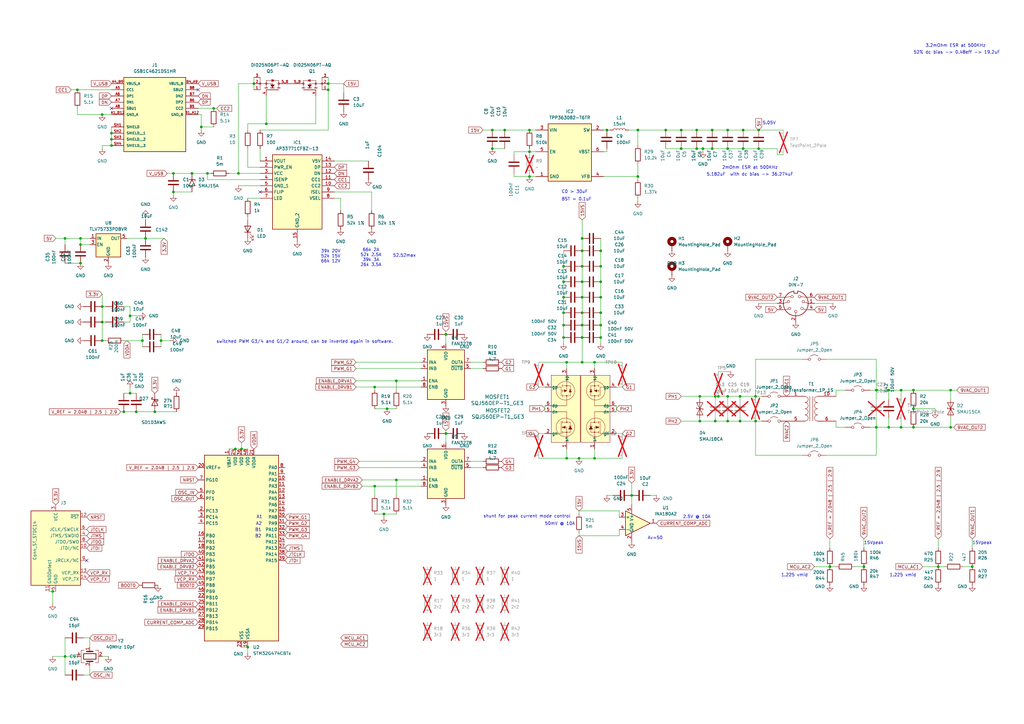
<source format=kicad_sch>
(kicad_sch (version 20250114) (generator "eeschema") (generator_version "9.0")

  (uuid "3c972f41-0cf6-4df5-8102-00aa652b6726")

  (paper "A3")

  (title_block
    (title "c64psu Project - Interactive Viewer")
  )

  

  (junction (at 364.49 175.26) (diameter 0) (color 0 0 0 0)
    (uuid "0051dfff-1573-4c6e-aeb8-95d1e11f3a6f")
  )
  (junction (at 259.08 203.2) (diameter 0) (color 0 0 0 0)
    (uuid "03722880-bef1-454d-b314-15b96251ce1b")
  )
  (junction (at 231.14 128.27) (diameter 0) (color 0 0 0 0)
    (uuid "06dfa7e3-d747-4cda-91bd-b33bac5a95e7")
  )
  (junction (at 238.76 102.87) (diameter 0) (color 0 0 0 0)
    (uuid "0ca435ad-8197-45f3-ae02-7c7244064b51")
  )
  (junction (at 238.76 138.43) (diameter 0) (color 0 0 0 0)
    (uuid "0eaa9698-068f-4547-8ebe-04956fb56291")
  )
  (junction (at 21.59 242.57) (diameter 0) (color 0 0 0 0)
    (uuid "0f57ed08-4432-415e-a3a9-5672bdd80cc0")
  )
  (junction (at 374.65 167.64) (diameter 0) (color 0 0 0 0)
    (uuid "16b84d46-82b7-4566-a38a-75f4cfe4c41d")
  )
  (junction (at 246.38 138.43) (diameter 0) (color 0 0 0 0)
    (uuid "190b3355-befc-4fd5-a42c-b9b3dc641a4f")
  )
  (junction (at 78.74 71.12) (diameter 0) (color 0 0 0 0)
    (uuid "19c81a47-1a6c-4f57-ac22-d5e3fe52c58c")
  )
  (junction (at 41.91 132.08) (diameter 0) (color 0 0 0 0)
    (uuid "1d1d1ab6-764f-42a9-93ad-0184c2ea06f6")
  )
  (junction (at 134.62 34.29) (diameter 0) (color 0 0 0 0)
    (uuid "23eebac0-ac3b-49bd-8fb1-36dc643651d8")
  )
  (junction (at 246.38 115.57) (diameter 0) (color 0 0 0 0)
    (uuid "2ad05a45-54ac-4a88-bcce-6e2d99122a62")
  )
  (junction (at 207.01 53.34) (diameter 0) (color 0 0 0 0)
    (uuid "2c57ee55-c831-46f7-af44-25ea83eeb4d0")
  )
  (junction (at 389.89 175.26) (diameter 0) (color 0 0 0 0)
    (uuid "2f24861c-ef24-458d-967e-bc71a864b0df")
  )
  (junction (at 369.57 175.26) (diameter 0) (color 0 0 0 0)
    (uuid "3000dbb7-d67f-4f53-887d-6d8bad853cd0")
  )
  (junction (at 287.02 162.56) (diameter 0) (color 0 0 0 0)
    (uuid "369e0fa8-468c-4518-89e7-312d73f2e72a")
  )
  (junction (at 238.76 133.35) (diameter 0) (color 0 0 0 0)
    (uuid "38c34bdc-69fa-4159-bb25-975e7a078297")
  )
  (junction (at 134.62 36.83) (diameter 0) (color 0 0 0 0)
    (uuid "39ac35b5-d776-4c12-add6-f7941598251b")
  )
  (junction (at 374.65 160.02) (diameter 0) (color 0 0 0 0)
    (uuid "3a24b55c-41d4-4904-9b2b-01460b82eb79")
  )
  (junction (at 246.38 109.22) (diameter 0) (color 0 0 0 0)
    (uuid "3badf4dc-eedd-4e8b-9d74-7ca779813e2f")
  )
  (junction (at 231.14 133.35) (diameter 0) (color 0 0 0 0)
    (uuid "3d246d2c-1e1d-4a61-89eb-bc44eab45200")
  )
  (junction (at 288.29 60.96) (diameter 0) (color 0 0 0 0)
    (uuid "40430a42-5211-40e9-9c36-09a906c4edd7")
  )
  (junction (at 369.57 160.02) (diameter 0) (color 0 0 0 0)
    (uuid "40862b38-5629-45c8-bb02-62ea751e2e61")
  )
  (junction (at 311.15 53.34) (diameter 0) (color 0 0 0 0)
    (uuid "425891c6-89ac-45e9-b510-df12f2e1d800")
  )
  (junction (at 55.88 168.91) (diameter 0) (color 0 0 0 0)
    (uuid "447bde10-6b12-4cba-83d9-6cd9bdf4e762")
  )
  (junction (at 237.49 187.96) (diameter 0) (color 0 0 0 0)
    (uuid "44a1e8af-9b14-49b5-a328-56c4ea2383b2")
  )
  (junction (at 231.14 138.43) (diameter 0) (color 0 0 0 0)
    (uuid "452fde76-9ff6-4c10-817f-bac0e8564685")
  )
  (junction (at 53.34 161.29) (diameter 0) (color 0 0 0 0)
    (uuid "46834ef6-84ad-4016-90b7-127283a5a136")
  )
  (junction (at 238.76 121.92) (diameter 0) (color 0 0 0 0)
    (uuid "486944fa-0849-4aef-8cdd-489020c7c279")
  )
  (junction (at 59.69 97.79) (diameter 0) (color 0 0 0 0)
    (uuid "4c067608-37f8-44ab-9f5a-ca05f5ebc20d")
  )
  (junction (at 96.52 184.15) (diameter 0) (color 0 0 0 0)
    (uuid "4dde4f2d-8f05-42d9-bc35-b4091779f89c")
  )
  (junction (at 50.8 168.91) (diameter 0) (color 0 0 0 0)
    (uuid "4e451d9a-88aa-4732-83a2-084f0a9550c2")
  )
  (junction (at 279.4 60.96) (diameter 0) (color 0 0 0 0)
    (uuid "4e5d6310-77cc-4132-bfa8-3821b55c10aa")
  )
  (junction (at 104.14 34.29) (diameter 0) (color 0 0 0 0)
    (uuid "4efa7227-5d01-4225-b631-502d0774e31a")
  )
  (junction (at 82.55 52.07) (diameter 0) (color 0 0 0 0)
    (uuid "55d6d91b-513b-45f0-9746-51b427e0110c")
  )
  (junction (at 298.45 162.56) (diameter 0) (color 0 0 0 0)
    (uuid "58137142-fac5-48ef-adf0-a838dc3cbbf3")
  )
  (junction (at 101.6 265.43) (diameter 0) (color 0 0 0 0)
    (uuid "59cf2aac-ee56-4e2b-ad9f-feedf4e50f1f")
  )
  (junction (at 162.56 156.21) (diameter 0) (color 0 0 0 0)
    (uuid "6019a56e-1a41-4db9-b0b4-45c2b1f981f7")
  )
  (junction (at 293.37 172.72) (diameter 0) (color 0 0 0 0)
    (uuid "60d9daa0-a91e-42d5-a6ef-d3b1c7948fdd")
  )
  (junction (at 217.17 72.39) (diameter 0) (color 0 0 0 0)
    (uuid "660be8d9-fbde-4593-adc2-d4ac456fb172")
  )
  (junction (at 182.88 177.8) (diameter 0) (color 0 0 0 0)
    (uuid "686738d6-263c-4cc2-af57-2f41cb6b5e96")
  )
  (junction (at 298.45 53.34) (diameter 0) (color 0 0 0 0)
    (uuid "69b9bd20-c8e6-4614-b015-68eea0dfcc3a")
  )
  (junction (at 238.76 148.59) (diameter 0) (color 0 0 0 0)
    (uuid "6b051f6c-bb96-40de-8560-2c1affdc13b2")
  )
  (junction (at 298.45 172.72) (diameter 0) (color 0 0 0 0)
    (uuid "6d299860-49a7-4e22-9d8b-e0e5ca840730")
  )
  (junction (at 238.76 115.57) (diameter 0) (color 0 0 0 0)
    (uuid "6d86aa73-07ce-4a3b-a755-a37540c389fb")
  )
  (junction (at 87.63 44.45) (diameter 0) (color 0 0 0 0)
    (uuid "741f9816-0281-4f22-9978-75ddc6b92977")
  )
  (junction (at 153.67 158.75) (diameter 0) (color 0 0 0 0)
    (uuid "75a3fd5a-af7d-4ed1-b817-94e0c6dacfc7")
  )
  (junction (at 231.14 109.22) (diameter 0) (color 0 0 0 0)
    (uuid "79220b3c-caa0-418d-a23a-2aac26f317bf")
  )
  (junction (at 311.15 60.96) (diameter 0) (color 0 0 0 0)
    (uuid "79461b3b-2fd1-46b2-8505-3a8fba7111d1")
  )
  (junction (at 246.38 102.87) (diameter 0) (color 0 0 0 0)
    (uuid "7b289354-5b6f-464b-8673-08e35e390785")
  )
  (junction (at 243.84 148.59) (diameter 0) (color 0 0 0 0)
    (uuid "7e2b1e3e-b404-44ee-9ad3-bcb756382e02")
  )
  (junction (at 162.56 196.85) (diameter 0) (color 0 0 0 0)
    (uuid "7ff4c7b1-1274-40e2-882b-e62dbc5943e9")
  )
  (junction (at 304.8 53.34) (diameter 0) (color 0 0 0 0)
    (uuid "82bd5e2c-5b27-4c7d-8e77-4a3558f8c3bc")
  )
  (junction (at 246.38 133.35) (diameter 0) (color 0 0 0 0)
    (uuid "891a02ad-7d1b-4f15-88d4-6cf811bc6b8d")
  )
  (junction (at 99.06 184.15) (diameter 0) (color 0 0 0 0)
    (uuid "8d0a07f2-4018-45ac-a679-36dec95b38a3")
  )
  (junction (at 273.05 53.34) (diameter 0) (color 0 0 0 0)
    (uuid "8e7702ab-d341-4571-ac3c-3edf6226b2af")
  )
  (junction (at 303.53 172.72) (diameter 0) (color 0 0 0 0)
    (uuid "8ee7b55e-3e3a-4053-a538-963c1a6df573")
  )
  (junction (at 157.48 210.82) (diameter 0) (color 0 0 0 0)
    (uuid "9341f088-cd9d-478c-a9f1-12849f7729bc")
  )
  (junction (at 294.64 162.56) (diameter 0) (color 0 0 0 0)
    (uuid "97dae791-0fed-4b55-98cc-9b8446f5e113")
  )
  (junction (at 41.91 139.7) (diameter 0) (color 0 0 0 0)
    (uuid "98dca95e-f53f-48cc-ad8a-e0a0c66d3acb")
  )
  (junction (at 238.76 109.22) (diameter 0) (color 0 0 0 0)
    (uuid "9970ad5f-78df-4976-b74c-d017dd8f1b7b")
  )
  (junction (at 248.92 53.34) (diameter 0) (color 0 0 0 0)
    (uuid "99a62664-7465-41c7-99ab-c5e091af9817")
  )
  (junction (at 41.91 46.99) (diameter 0) (color 0 0 0 0)
    (uuid "9b28387b-dea3-4178-8b90-3684cc29058d")
  )
  (junction (at 109.22 50.8) (diameter 0) (color 0 0 0 0)
    (uuid "9baf3492-f6ff-4e00-bfbb-98363ebc4cf5")
  )
  (junction (at 153.67 199.39) (diameter 0) (color 0 0 0 0)
    (uuid "9f3cf148-f8a3-480a-bbde-f142cce29d17")
  )
  (junction (at 285.75 60.96) (diameter 0) (color 0 0 0 0)
    (uuid "a0d9a766-4f84-498f-b0f9-f8505ac4e4fb")
  )
  (junction (at 279.4 53.34) (diameter 0) (color 0 0 0 0)
    (uuid "a1b5120c-0b25-4352-bf0d-3a74c444e699")
  )
  (junction (at 201.93 53.34) (diameter 0) (color 0 0 0 0)
    (uuid "a1badd01-3b21-4085-999c-fb140d7e2bc4")
  )
  (junction (at 45.72 57.15) (diameter 0) (color 0 0 0 0)
    (uuid "a20f672a-41b0-441f-a36c-49bd442edd52")
  )
  (junction (at 97.79 71.12) (diameter 0) (color 0 0 0 0)
    (uuid "a24f1ce0-6da9-45cb-8232-16013191cfbe")
  )
  (junction (at 261.62 53.34) (diameter 0) (color 0 0 0 0)
    (uuid "a4a10ab1-ef3e-452f-9faa-3ba50cc54d8c")
  )
  (junction (at 182.88 137.16) (diameter 0) (color 0 0 0 0)
    (uuid "a52e8ee6-e110-4e91-a730-eda801763dcc")
  )
  (junction (at 158.75 167.64) (diameter 0) (color 0 0 0 0)
    (uuid "a5bb6c88-bc4b-482c-b34f-e6835bb02021")
  )
  (junction (at 293.37 162.56) (diameter 0) (color 0 0 0 0)
    (uuid "a9895e80-80b6-4c8d-bc75-1fdfb882e067")
  )
  (junction (at 389.89 160.02) (diameter 0) (color 0 0 0 0)
    (uuid "ab135de8-ae42-4a02-b908-b0b29e2ecb47")
  )
  (junction (at 303.53 162.56) (diameter 0) (color 0 0 0 0)
    (uuid "af7b947a-e043-472c-96f8-7dd496d597ac")
  )
  (junction (at 231.14 115.57) (diameter 0) (color 0 0 0 0)
    (uuid "b00438ee-82bf-4c1d-bdec-6f72fb064dbc")
  )
  (junction (at 232.41 187.96) (diameter 0) (color 0 0 0 0)
    (uuid "b03110ac-e55f-4012-81d8-74f77217e674")
  )
  (junction (at 292.1 53.34) (diameter 0) (color 0 0 0 0)
    (uuid "b229ef49-11d8-48e3-9487-2835c6a11988")
  )
  (junction (at 398.78 232.41) (diameter 0) (color 0 0 0 0)
    (uuid "b28c1f17-8f33-4bd0-8360-31a44e3140a2")
  )
  (junction (at 45.72 59.69) (diameter 0) (color 0 0 0 0)
    (uuid "b3b2ceb0-a804-4660-89c8-276053d3f327")
  )
  (junction (at 33.02 100.33) (diameter 0) (color 0 0 0 0)
    (uuid "b3fc8180-d4c3-4854-9b33-443d5f21a5b8")
  )
  (junction (at 71.12 78.74) (diameter 0) (color 0 0 0 0)
    (uuid "b4187b28-45d5-4380-830b-b7080619ee64")
  )
  (junction (at 26.67 97.79) (diameter 0) (color 0 0 0 0)
    (uuid "b781b2d6-a895-4afd-8dfb-9fe1df7a9e7e")
  )
  (junction (at 309.88 172.72) (diameter 0) (color 0 0 0 0)
    (uuid "b7be9aae-8a63-4fd4-9637-9ada6b487085")
  )
  (junction (at 364.49 160.02) (diameter 0) (color 0 0 0 0)
    (uuid "baa592c0-5634-4ae8-89ad-234930425f2c")
  )
  (junction (at 261.62 72.39) (diameter 0) (color 0 0 0 0)
    (uuid "babcfd71-e5b4-452c-90b1-4a4ae3e64a67")
  )
  (junction (at 26.67 269.24) (diameter 0) (color 0 0 0 0)
    (uuid "baf1dd0a-e36a-4b34-8020-93a3499e9ae2")
  )
  (junction (at 243.84 187.96) (diameter 0) (color 0 0 0 0)
    (uuid "bc56e5b5-db03-4f93-aada-281a21ebf628")
  )
  (junction (at 66.04 139.7) (diameter 0) (color 0 0 0 0)
    (uuid "bd464eec-7965-424c-afe4-193343d590dd")
  )
  (junction (at 217.17 53.34) (diameter 0) (color 0 0 0 0)
    (uuid "c421e81e-c524-48f2-be23-feeb267f1ee9")
  )
  (junction (at 359.41 160.02) (diameter 0) (color 0 0 0 0)
    (uuid "c4a9eb6f-ef69-495a-ad6c-30136c0f75f2")
  )
  (junction (at 58.42 139.7) (diameter 0) (color 0 0 0 0)
    (uuid "c4c980d0-e835-429d-b9a7-ad4b1b1960b3")
  )
  (junction (at 292.1 60.96) (diameter 0) (color 0 0 0 0)
    (uuid "c5c633f9-8733-4d1e-96cb-70f558a6a5b7")
  )
  (junction (at 53.34 129.54) (diameter 0) (color 0 0 0 0)
    (uuid "c9009699-8921-4df5-9901-d6b1535b0221")
  )
  (junction (at 33.02 107.95) (diameter 0) (color 0 0 0 0)
    (uuid "c960621b-0d85-4761-8667-7429bf0a837c")
  )
  (junction (at 384.81 232.41) (diameter 0) (color 0 0 0 0)
    (uuid "cb963968-7093-4ecd-b0df-45e3c7e58b72")
  )
  (junction (at 232.41 148.59) (diameter 0) (color 0 0 0 0)
    (uuid "ccf1c052-fd59-48bb-bb57-a94791788a34")
  )
  (junction (at 246.38 128.27) (diameter 0) (color 0 0 0 0)
    (uuid "cf54afd4-efc1-436b-b86b-8153be3d0773")
  )
  (junction (at 309.88 162.56) (diameter 0) (color 0 0 0 0)
    (uuid "d50d7150-9fdc-43b6-a839-c43388fea677")
  )
  (junction (at 298.45 60.96) (diameter 0) (color 0 0 0 0)
    (uuid "d5e8410c-2d0c-4a23-8f26-7cc77885cc9e")
  )
  (junction (at 287.02 172.72) (diameter 0) (color 0 0 0 0)
    (uuid "d83614f6-61ac-4f43-95ee-1f708b811298")
  )
  (junction (at 71.12 71.12) (diameter 0) (color 0 0 0 0)
    (uuid "d95144ca-421e-42cd-8947-2c52c0d9a089")
  )
  (junction (at 238.76 128.27) (diameter 0) (color 0 0 0 0)
    (uuid "da245d33-fa1d-4148-9c83-7bd2bf9176ed")
  )
  (junction (at 340.36 232.41) (diameter 0) (color 0 0 0 0)
    (uuid "da485952-23c5-4650-800f-f9b5c7876de2")
  )
  (junction (at 201.93 60.96) (diameter 0) (color 0 0 0 0)
    (uuid "da864505-be2b-4611-85a0-6ab34dbe874a")
  )
  (junction (at 285.75 53.34) (diameter 0) (color 0 0 0 0)
    (uuid "dbd43649-9713-4a89-ad92-9b89637c7944")
  )
  (junction (at 45.72 54.61) (diameter 0) (color 0 0 0 0)
    (uuid "dda0f77d-1fc8-4c3c-8b60-ad9e2c30de79")
  )
  (junction (at 33.02 97.79) (diameter 0) (color 0 0 0 0)
    (uuid "dec2d450-c4d4-4a7e-b7d4-d457d015959b")
  )
  (junction (at 304.8 60.96) (diameter 0) (color 0 0 0 0)
    (uuid "e2087509-e685-4f50-bb68-ef7d1201b605")
  )
  (junction (at 63.5 168.91) (diameter 0) (color 0 0 0 0)
    (uuid "e235faec-6dca-4529-811b-654a13c5487d")
  )
  (junction (at 354.33 232.41) (diameter 0) (color 0 0 0 0)
    (uuid "e4c6fb2c-e97c-42b1-ba50-486285bd82c6")
  )
  (junction (at 246.38 121.92) (diameter 0) (color 0 0 0 0)
    (uuid "e4d759fa-1a53-45e0-bfd2-6bc9ee052135")
  )
  (junction (at 238.76 97.79) (diameter 0) (color 0 0 0 0)
    (uuid "e6a473e9-d52f-41a6-9970-ee58fb539690")
  )
  (junction (at 41.91 125.73) (diameter 0) (color 0 0 0 0)
    (uuid "ed1f93df-0488-4b4c-81e6-fd274be5c5e5")
  )
  (junction (at 359.41 175.26) (diameter 0) (color 0 0 0 0)
    (uuid "f0f184b2-af48-44a1-bc24-097e5b4dea33")
  )
  (junction (at 231.14 121.92) (diameter 0) (color 0 0 0 0)
    (uuid "f0ff15dc-262c-430a-90f6-30e30d4d6e03")
  )
  (junction (at 31.75 36.83) (diameter 0) (color 0 0 0 0)
    (uuid "f1b7b736-e17b-4f1a-b1e5-9392cec1caad")
  )
  (junction (at 217.17 62.23) (diameter 0) (color 0 0 0 0)
    (uuid "f4e6196c-323d-43fb-9cec-02b47074cdfa")
  )
  (junction (at 85.09 71.12) (diameter 0) (color 0 0 0 0)
    (uuid "fcb45f81-78a4-4b0f-938b-0a8effd429c2")
  )
  (junction (at 374.65 175.26) (diameter 0) (color 0 0 0 0)
    (uuid "ffa710d9-ea4d-40b2-a998-71a781d6df34")
  )

  (no_connect (at 35.56 229.87) (uuid "6eb24b60-2160-407a-abf0-228fa53b905f"))
  (no_connect (at 81.28 36.83) (uuid "a0dd31af-2bb8-4b09-9320-df59e89635d5"))
  (no_connect (at 106.68 78.74) (uuid "b67b68a5-047f-4c81-b975-ae4a6ee895d4"))
  (no_connect (at 45.72 44.45) (uuid "befb5081-9840-4f4f-8320-868555d91052"))

  (wire (pts (xy 146.05 148.59) (xy 172.72 148.59))
    (stroke (width 0) (type default))
    (uuid "023554ec-eef7-4b7d-b838-ab4b2d694ca5")
  )
  (wire (pts (xy 252.73 166.37) (xy 252.73 168.91))
    (stroke (width 0) (type default))
    (uuid "026d1d2f-a23d-44cb-8012-86c10f19cfaf")
  )
  (wire (pts (xy 287.02 171.45) (xy 287.02 172.72))
    (stroke (width 0) (type default))
    (uuid "0359a440-0b4e-4cf4-a41a-e58670579378")
  )
  (wire (pts (xy 153.67 158.75) (xy 172.72 158.75))
    (stroke (width 0) (type default))
    (uuid "038c8dcd-084e-423c-805e-112e781b50cd")
  )
  (wire (pts (xy 238.76 133.35) (xy 238.76 138.43))
    (stroke (width 0) (type default))
    (uuid "04a0d4b3-87b2-4fce-940d-fdf382fc5f80")
  )
  (wire (pts (xy 246.38 109.22) (xy 246.38 115.57))
    (stroke (width 0) (type default))
    (uuid "05a8a2bb-ffd0-4894-a4f7-d8a6b7dd36da")
  )
  (wire (pts (xy 246.38 128.27) (xy 246.38 133.35))
    (stroke (width 0) (type default))
    (uuid "05e52c13-4fbb-40bf-bd77-0cf2ca6c531b")
  )
  (wire (pts (xy 293.37 162.56) (xy 294.64 162.56))
    (stroke (width 0) (type default))
    (uuid "0955dd9b-2219-4013-9c83-4d77ffc44318")
  )
  (wire (pts (xy 162.56 156.21) (xy 172.72 156.21))
    (stroke (width 0) (type default))
    (uuid "09904479-94ce-4919-ac36-318330f1a6ef")
  )
  (wire (pts (xy 246.38 138.43) (xy 246.38 140.97))
    (stroke (width 0) (type default))
    (uuid "09ae5ed4-69a1-4046-b657-7c0e2953ca4e")
  )
  (wire (pts (xy 364.49 160.02) (xy 364.49 163.83))
    (stroke (width 0) (type default))
    (uuid "0bc28d5a-be14-4b74-94be-cd7941b95563")
  )
  (wire (pts (xy 82.55 52.07) (xy 87.63 52.07))
    (stroke (width 0) (type default))
    (uuid "0bc78907-036a-4e7c-89aa-487a9ec01da8")
  )
  (wire (pts (xy 147.32 191.77) (xy 172.72 191.77))
    (stroke (width 0) (type default))
    (uuid "0d91c39c-2f98-4de3-b1e6-5c6ca3db6130")
  )
  (wire (pts (xy 231.14 133.35) (xy 231.14 138.43))
    (stroke (width 0) (type default))
    (uuid "10a85bea-dfc5-4c11-b32b-abfee2bdaa4c")
  )
  (wire (pts (xy 109.22 50.8) (xy 129.54 50.8))
    (stroke (width 0) (type default))
    (uuid "110c79b8-f077-45d8-8acd-555bcdb25eea")
  )
  (wire (pts (xy 101.6 53.34) (xy 101.6 50.8))
    (stroke (width 0) (type default))
    (uuid "11183ea6-bb9b-4ba5-8730-1752ce5ed817")
  )
  (wire (pts (xy 193.04 148.59) (xy 198.12 148.59))
    (stroke (width 0) (type default))
    (uuid "13436cb1-b2d4-49de-97af-149699c5e851")
  )
  (wire (pts (xy 41.91 46.99) (xy 45.72 46.99))
    (stroke (width 0) (type default))
    (uuid "14728dd0-b0ee-4fba-8eb8-d89f901ab49c")
  )
  (wire (pts (xy 374.65 167.64) (xy 383.54 167.64))
    (stroke (width 0) (type default))
    (uuid "14de9336-966d-417e-ab3b-395b0e707e35")
  )
  (wire (pts (xy 41.91 132.08) (xy 41.91 139.7))
    (stroke (width 0) (type default))
    (uuid "15bb2db6-ebc2-42c0-a83d-4f2cacb0dcda")
  )
  (wire (pts (xy 298.45 162.56) (xy 298.45 163.83))
    (stroke (width 0) (type default))
    (uuid "15ee6a40-c760-4c6c-800e-a4fefc5173c6")
  )
  (wire (pts (xy 182.88 135.89) (xy 182.88 137.16))
    (stroke (width 0) (type default))
    (uuid "161157e8-f0a3-4667-9084-09734d850cc0")
  )
  (wire (pts (xy 220.98 148.59) (xy 232.41 148.59))
    (stroke (width 0) (type default))
    (uuid "1634f967-2abf-49e4-9d6e-e69571afc6ce")
  )
  (wire (pts (xy 201.93 60.96) (xy 207.01 60.96))
    (stroke (width 0) (type default))
    (uuid "16f3a8f2-d5ef-410c-8860-ec5b835f58fe")
  )
  (wire (pts (xy 369.57 175.26) (xy 374.65 175.26))
    (stroke (width 0) (type default))
    (uuid "17675bdc-9f25-40d2-bf39-c1fe7e7322b0")
  )
  (wire (pts (xy 97.79 34.29) (xy 97.79 71.12))
    (stroke (width 0) (type default))
    (uuid "1a673e07-e46a-461c-9222-d8be826da6ea")
  )
  (wire (pts (xy 210.82 63.5) (xy 210.82 62.23))
    (stroke (width 0) (type default))
    (uuid "1ac04d22-c8ef-410c-b1c2-c68dc526e6df")
  )
  (wire (pts (xy 342.9 160.02) (xy 342.9 162.56))
    (stroke (width 0) (type default))
    (uuid "1b06bdc3-c7af-4691-acc2-1db15cf93c86")
  )
  (wire (pts (xy 31.75 36.83) (xy 45.72 36.83))
    (stroke (width 0) (type default))
    (uuid "1b54d65d-8f96-4b35-ac30-d16121d12205")
  )
  (wire (pts (xy 246.38 133.35) (xy 246.38 138.43))
    (stroke (width 0) (type default))
    (uuid "1c1c76e3-c575-4192-bf68-4312769fbe1c")
  )
  (wire (pts (xy 238.76 148.59) (xy 243.84 148.59))
    (stroke (width 0) (type default))
    (uuid "1c760832-49de-4359-9652-4c7fdb7afb49")
  )
  (wire (pts (xy 303.53 162.56) (xy 303.53 163.83))
    (stroke (width 0) (type default))
    (uuid "1d01092a-833a-408b-962b-a5061fc06af1")
  )
  (wire (pts (xy 157.48 210.82) (xy 162.56 210.82))
    (stroke (width 0) (type default))
    (uuid "1d0df9f6-cf8b-4028-8e43-3bb505655443")
  )
  (wire (pts (xy 342.9 160.02) (xy 346.71 160.02))
    (stroke (width 0) (type default))
    (uuid "1d6c11e1-5056-4f23-96e3-dad1044f39a0")
  )
  (wire (pts (xy 238.76 115.57) (xy 238.76 121.92))
    (stroke (width 0) (type default))
    (uuid "1dbe8ac5-7154-4f17-8f33-119701bb3e13")
  )
  (wire (pts (xy 96.52 184.15) (xy 93.98 184.15))
    (stroke (width 0) (type default))
    (uuid "1dd7436d-aa36-4d78-ac08-87c9bceadf8d")
  )
  (wire (pts (xy 378.46 232.41) (xy 384.81 232.41))
    (stroke (width 0) (type default))
    (uuid "1e9f00ab-1d28-433c-8c75-17bd95acc098")
  )
  (wire (pts (xy 66.04 139.7) (xy 69.85 139.7))
    (stroke (width 0) (type default))
    (uuid "1f8f6781-b0d9-4366-9290-a1d8cc1e47fd")
  )
  (wire (pts (xy 389.89 171.45) (xy 389.89 175.26))
    (stroke (width 0) (type default))
    (uuid "1f9394db-e46f-44a3-bd36-1dd3ba8a323d")
  )
  (wire (pts (xy 49.53 168.91) (xy 50.8 168.91))
    (stroke (width 0) (type default))
    (uuid "1fe82f60-84bc-4689-a0fb-6b45783591d2")
  )
  (wire (pts (xy 398.78 220.98) (xy 398.78 224.79))
    (stroke (width 0) (type default))
    (uuid "2094443d-9eb6-4433-b068-db47f2ada6fc")
  )
  (wire (pts (xy 246.38 115.57) (xy 246.38 121.92))
    (stroke (width 0) (type default))
    (uuid "209b9a2a-89d6-48ea-a25e-cd4571ddd6f8")
  )
  (wire (pts (xy 243.84 148.59) (xy 255.27 148.59))
    (stroke (width 0) (type default))
    (uuid "20a16c7b-8f7d-43c1-a017-a8a441a055fe")
  )
  (wire (pts (xy 389.89 160.02) (xy 392.43 160.02))
    (stroke (width 0) (type default))
    (uuid "20b3c9a8-dc2d-4a43-bd21-77d9d26a4dd2")
  )
  (wire (pts (xy 33.02 97.79) (xy 36.83 97.79))
    (stroke (width 0) (type default))
    (uuid "21f12306-a8fd-4c89-bcd8-7858b3ec6544")
  )
  (wire (pts (xy 350.52 232.41) (xy 354.33 232.41))
    (stroke (width 0) (type default))
    (uuid "23c344ef-cfe4-47ca-8bbb-dc81131af0e1")
  )
  (wire (pts (xy 292.1 53.34) (xy 298.45 53.34))
    (stroke (width 0) (type default))
    (uuid "245efbff-ae45-41b7-89ca-449ded9d29f1")
  )
  (wire (pts (xy 261.62 82.55) (xy 261.62 81.28))
    (stroke (width 0) (type default))
    (uuid "269cc68d-b4b8-49c4-82eb-88cbf3ba238f")
  )
  (wire (pts (xy 50.8 132.08) (xy 53.34 132.08))
    (stroke (width 0) (type default))
    (uuid "273c0758-793e-4ca5-a285-026cccfd791c")
  )
  (wire (pts (xy 311.15 53.34) (xy 321.31 53.34))
    (stroke (width 0) (type default))
    (uuid "27a10e10-ee17-461b-984d-8eeb7e12f176")
  )
  (wire (pts (xy 53.34 129.54) (xy 53.34 125.73))
    (stroke (width 0) (type default))
    (uuid "285ef9fb-673d-4f25-888d-9d010c49d13d")
  )
  (wire (pts (xy 342.9 175.26) (xy 342.9 172.72))
    (stroke (width 0) (type default))
    (uuid "28c1d837-926e-4ed4-bbae-f18500402f07")
  )
  (wire (pts (xy 217.17 60.96) (xy 217.17 62.23))
    (stroke (width 0) (type default))
    (uuid "2d3b3d94-37fb-4f4a-b572-5e4b9665685a")
  )
  (wire (pts (xy 288.29 60.96) (xy 288.29 62.23))
    (stroke (width 0) (type default))
    (uuid "2ed70c1d-31e4-4cd7-abf2-2c5a8c05d91a")
  )
  (wire (pts (xy 36.83 276.86) (xy 34.29 276.86))
    (stroke (width 0) (type default))
    (uuid "2f4367f0-0f53-4309-abf1-7b5219bd4fd8")
  )
  (wire (pts (xy 106.68 73.66) (xy 85.09 73.66))
    (stroke (width 0) (type default))
    (uuid "2f9095be-5378-4b4d-b47c-dafc25d431ce")
  )
  (wire (pts (xy 106.68 60.96) (xy 106.68 66.04))
    (stroke (width 0) (type default))
    (uuid "309978db-4acb-41c4-9b83-cfebd738bee2")
  )
  (wire (pts (xy 82.55 52.07) (xy 82.55 46.99))
    (stroke (width 0) (type default))
    (uuid "30ea27a3-51b4-4d0b-ac07-6b89dae02a3b")
  )
  (wire (pts (xy 29.21 36.83) (xy 31.75 36.83))
    (stroke (width 0) (type default))
    (uuid "31ae4a55-bb15-430d-b2f7-d84a1fb50e6d")
  )
  (wire (pts (xy 82.55 53.34) (xy 82.55 52.07))
    (stroke (width 0) (type default))
    (uuid "3650a2fd-e6c3-4691-a5a5-5c1aa32c34f8")
  )
  (wire (pts (xy 21.59 242.57) (xy 21.59 247.65))
    (stroke (width 0) (type default))
    (uuid "3653ece6-269d-49a6-b101-19555ce0fbf3")
  )
  (wire (pts (xy 374.65 160.02) (xy 389.89 160.02))
    (stroke (width 0) (type default))
    (uuid "365d31d9-2bde-4c68-bb66-e06e70797400")
  )
  (wire (pts (xy 85.09 73.66) (xy 85.09 71.12))
    (stroke (width 0) (type default))
    (uuid "380b46d3-90a5-4b76-aa8d-760262b35119")
  )
  (wire (pts (xy 309.88 172.72) (xy 309.88 186.69))
    (stroke (width 0) (type default))
    (uuid "382b2f22-3b53-4de0-96a2-5f07a62e7af0")
  )
  (wire (pts (xy 68.58 71.12) (xy 71.12 71.12))
    (stroke (width 0) (type default))
    (uuid "391de27f-e6d5-4929-8067-d8722fe6a6ca")
  )
  (wire (pts (xy 231.14 121.92) (xy 231.14 128.27))
    (stroke (width 0) (type default))
    (uuid "3a5072dc-9826-4b16-bb3d-2b5f0a561ce9")
  )
  (wire (pts (xy 66.04 137.16) (xy 66.04 139.7))
    (stroke (width 0) (type default))
    (uuid "3b0e183c-3122-4603-a6c7-ef8ea0c02d2d")
  )
  (wire (pts (xy 59.69 90.17) (xy 59.69 88.9))
    (stroke (width 0) (type default))
    (uuid "3d1d1861-938b-4e9f-942e-f52d82b90f99")
  )
  (wire (pts (xy 26.67 269.24) (xy 31.75 269.24))
    (stroke (width 0) (type default))
    (uuid "3df8e84b-97ab-4d1d-bb6a-8fdaecc4f983")
  )
  (wire (pts (xy 292.1 60.96) (xy 298.45 60.96))
    (stroke (width 0) (type default))
    (uuid "3e104683-6826-4423-b704-495c1e90b955")
  )
  (wire (pts (xy 137.16 66.04) (xy 151.13 66.04))
    (stroke (width 0) (type default))
    (uuid "3fb0f07e-0bd7-4748-ba77-4e3374a4eee6")
  )
  (wire (pts (xy 359.41 160.02) (xy 359.41 163.83))
    (stroke (width 0) (type default))
    (uuid "409037cd-10be-45ac-8a6a-e8d2e8a4a00d")
  )
  (wire (pts (xy 152.4 78.74) (xy 152.4 86.36))
    (stroke (width 0) (type default))
    (uuid "42b426a9-3a61-462b-b8a7-e63a2a3529cd")
  )
  (wire (pts (xy 231.14 128.27) (xy 231.14 133.35))
    (stroke (width 0) (type default))
    (uuid "42f85a7b-7694-4275-86a1-699b6978a475")
  )
  (wire (pts (xy 369.57 160.02) (xy 374.65 160.02))
    (stroke (width 0) (type default))
    (uuid "432b9076-d90c-4b2d-9dc2-e5e16a396e90")
  )
  (wire (pts (xy 259.08 203.2) (xy 259.08 207.01))
    (stroke (width 0) (type default))
    (uuid "435f8fea-8c3d-4699-adb6-5f3e90ae0f01")
  )
  (wire (pts (xy 273.05 60.96) (xy 279.4 60.96))
    (stroke (width 0) (type default))
    (uuid "43c3d6e6-5bc5-4417-aae5-c091e276e617")
  )
  (wire (pts (xy 101.6 68.58) (xy 101.6 60.96))
    (stroke (width 0) (type default))
    (uuid "43def9df-c0fc-4bd0-9846-26f0277d2288")
  )
  (wire (pts (xy 237.49 210.82) (xy 237.49 209.55))
    (stroke (width 0) (type default))
    (uuid "44b9a11f-d33c-48d7-9e99-fe0422aae235")
  )
  (wire (pts (xy 153.67 199.39) (xy 153.67 203.2))
    (stroke (width 0) (type default))
    (uuid "464d2857-9baa-480b-9c0e-259fae370020")
  )
  (wire (pts (xy 53.34 125.73) (xy 50.8 125.73))
    (stroke (width 0) (type default))
    (uuid "47cffc84-7629-4f37-b6dd-a646430480cb")
  )
  (wire (pts (xy 285.75 60.96) (xy 288.29 60.96))
    (stroke (width 0) (type default))
    (uuid "487e1bd6-7d8c-4dbd-85e4-14e8c00b748f")
  )
  (wire (pts (xy 220.98 187.96) (xy 232.41 187.96))
    (stroke (width 0) (type default))
    (uuid "49df9e8d-d038-4cc7-8378-fe371f288911")
  )
  (wire (pts (xy 309.88 162.56) (xy 312.42 162.56))
    (stroke (width 0) (type default))
    (uuid "4b1cbb53-e369-423a-be12-696711fe86fd")
  )
  (wire (pts (xy 45.72 59.69) (xy 41.91 59.69))
    (stroke (width 0) (type default))
    (uuid "4b606363-9721-4cf7-a941-be0edd785f91")
  )
  (wire (pts (xy 101.6 88.9) (xy 101.6 90.17))
    (stroke (width 0) (type default))
    (uuid "4c0a5d3a-83f0-43e7-986d-ce571106ba15")
  )
  (wire (pts (xy 58.42 139.7) (xy 58.42 137.16))
    (stroke (width 0) (type default))
    (uuid "4c7a196c-7485-4913-a900-49784e56b6ab")
  )
  (wire (pts (xy 334.01 232.41) (xy 340.36 232.41))
    (stroke (width 0) (type default))
    (uuid "4d5d6be2-2539-4055-acc9-ddd403026dbd")
  )
  (wire (pts (xy 232.41 148.59) (xy 238.76 148.59))
    (stroke (width 0) (type default))
    (uuid "4e58f605-be1d-4ead-b176-42e1cc3270d3")
  )
  (wire (pts (xy 20.32 242.57) (xy 21.59 242.57))
    (stroke (width 0) (type default))
    (uuid "4ffa2fd2-4089-4d63-b4e4-139ad86d6b1c")
  )
  (wire (pts (xy 153.67 210.82) (xy 157.48 210.82))
    (stroke (width 0) (type default))
    (uuid "51650aee-a46e-4ddc-81f7-825238848169")
  )
  (wire (pts (xy 134.62 34.29) (xy 140.97 34.29))
    (stroke (width 0) (type default))
    (uuid "516f06d2-7d16-4eb3-abb7-32ce6408ec07")
  )
  (wire (pts (xy 71.12 71.12) (xy 78.74 71.12))
    (stroke (width 0) (type default))
    (uuid "52f44a92-512a-49d7-8387-0e030f3bae79")
  )
  (wire (pts (xy 182.88 137.16) (xy 182.88 140.97))
    (stroke (width 0) (type default))
    (uuid "5358b258-12c3-4258-b05b-58b611a4f7d2")
  )
  (wire (pts (xy 41.91 125.73) (xy 43.18 125.73))
    (stroke (width 0) (type default))
    (uuid "54c88f64-01a3-4202-9d6a-087e499688d3")
  )
  (wire (pts (xy 129.54 39.37) (xy 129.54 50.8))
    (stroke (width 0) (type default))
    (uuid "56e2e5da-5973-49e3-aa5f-e13ed5c34f9c")
  )
  (wire (pts (xy 153.67 160.02) (xy 153.67 158.75))
    (stroke (width 0) (type default))
    (uuid "5793072c-e696-489c-9efc-a1be29d32fd5")
  )
  (wire (pts (xy 137.16 78.74) (xy 152.4 78.74))
    (stroke (width 0) (type default))
    (uuid "583f600d-b4fa-43ce-8aa9-96e49bb229eb")
  )
  (wire (pts (xy 243.84 187.96) (xy 255.27 187.96))
    (stroke (width 0) (type default))
    (uuid "58e95eba-9703-4f65-96dc-726cf6098ffd")
  )
  (wire (pts (xy 101.6 50.8) (xy 109.22 50.8))
    (stroke (width 0) (type default))
    (uuid "59ceb8a6-1daa-4541-90ff-20c6752b10be")
  )
  (wire (pts (xy 304.8 60.96) (xy 311.15 60.96))
    (stroke (width 0) (type default))
    (uuid "5a809a2a-3cc3-4e23-b87b-a3ed72338c0d")
  )
  (wire (pts (xy 210.82 71.12) (xy 210.82 72.39))
    (stroke (width 0) (type default))
    (uuid "5b589f95-6dd6-4598-9b90-6558533dc4d1")
  )
  (wire (pts (xy 248.92 203.2) (xy 251.46 203.2))
    (stroke (width 0) (type default))
    (uuid "5f2e953b-e784-4f89-a9f9-41a26a5c5eaa")
  )
  (wire (pts (xy 33.02 100.33) (xy 36.83 100.33))
    (stroke (width 0) (type default))
    (uuid "617de3ac-a32c-42d4-82e7-e35d6ad53ba3")
  )
  (wire (pts (xy 99.06 184.15) (xy 96.52 184.15))
    (stroke (width 0) (type default))
    (uuid "63317604-84d8-4889-af90-831f52c81e59")
  )
  (wire (pts (xy 389.89 160.02) (xy 389.89 163.83))
    (stroke (width 0) (type default))
    (uuid "633e60b1-fea2-4055-9a0b-3465c196f8f0")
  )
  (wire (pts (xy 246.38 121.92) (xy 246.38 128.27))
    (stroke (width 0) (type default))
    (uuid "63c4d5f3-c488-4f5b-af23-e6058565a914")
  )
  (wire (pts (xy 279.4 60.96) (xy 285.75 60.96))
    (stroke (width 0) (type default))
    (uuid "65121dd7-3668-4c7a-af70-3c4f7a483608")
  )
  (wire (pts (xy 318.77 63.5) (xy 318.77 60.96))
    (stroke (width 0) (type default))
    (uuid "65d079ec-2d46-4a28-ab2d-6d6cae73a124")
  )
  (wire (pts (xy 342.9 175.26) (xy 346.71 175.26))
    (stroke (width 0) (type default))
    (uuid "678dcae1-c3a9-4c2d-b9b7-28fcaeaa289d")
  )
  (wire (pts (xy 148.59 199.39) (xy 153.67 199.39))
    (stroke (width 0) (type default))
    (uuid "67f5c3ac-8de4-41d9-9c9d-557d27360604")
  )
  (wire (pts (xy 134.62 53.34) (xy 134.62 36.83))
    (stroke (width 0) (type default))
    (uuid "68def574-da39-4d78-94c9-dabc8c3aabe9")
  )
  (wire (pts (xy 106.68 53.34) (xy 134.62 53.34))
    (stroke (width 0) (type default))
    (uuid "692be308-6b68-4705-acce-e022e648d347")
  )
  (wire (pts (xy 394.97 232.41) (xy 398.78 232.41))
    (stroke (width 0) (type default))
    (uuid "69491a88-5906-4370-8043-f4533de54de7")
  )
  (wire (pts (xy 254 209.55) (xy 254 212.09))
    (stroke (width 0) (type default))
    (uuid "6adfb438-bfe3-4217-b989-76cfacfafc20")
  )
  (wire (pts (xy 303.53 162.56) (xy 298.45 162.56))
    (stroke (width 0) (type default))
    (uuid "6b8c3eba-a58c-4f7d-ac34-5f1af7cdc758")
  )
  (wire (pts (xy 63.5 168.91) (xy 55.88 168.91))
    (stroke (width 0) (type default))
    (uuid "6e1d0b65-2147-40a7-ac62-ce0bc8d6ebf4")
  )
  (wire (pts (xy 318.77 60.96) (xy 311.15 60.96))
    (stroke (width 0) (type default))
    (uuid "6ee202f1-a05d-4c66-a94c-9def6095e2b8")
  )
  (wire (pts (xy 255.27 177.8) (xy 252.73 177.8))
    (stroke (width 0) (type default))
    (uuid "70263ca8-645f-480c-b3ef-44e49c59e9c2")
  )
  (wire (pts (xy 87.63 44.45) (xy 81.28 44.45))
    (stroke (width 0) (type default))
    (uuid "7069a6b5-95f6-4512-b889-9e4cddb0faf9")
  )
  (wire (pts (xy 82.55 46.99) (xy 81.28 46.99))
    (stroke (width 0) (type default))
    (uuid "70f55f52-dc95-40d1-be94-ffd1d4e8557d")
  )
  (wire (pts (xy 41.91 59.69) (xy 41.91 60.96))
    (stroke (width 0) (type default))
    (uuid "718d1832-c990-418e-8b6e-0b86aa284f22")
  )
  (wire (pts (xy 298.45 171.45) (xy 298.45 172.72))
    (stroke (width 0) (type default))
    (uuid "718d5902-7a1f-460f-88de-1d3a3a7491b5")
  )
  (wire (pts (xy 237.49 187.96) (xy 243.84 187.96))
    (stroke (width 0) (type default))
    (uuid "71ae02ad-057b-4bf7-954f-10ff486692bd")
  )
  (wire (pts (xy 45.72 57.15) (xy 45.72 59.69))
    (stroke (width 0) (type default))
    (uuid "73fa565e-45cc-4154-9a7d-2e624c839a86")
  )
  (wire (pts (xy 232.41 187.96) (xy 237.49 187.96))
    (stroke (width 0) (type default))
    (uuid "740d99bd-8f49-4c69-beb3-3925ed3e4b88")
  )
  (wire (pts (xy 309.88 172.72) (xy 312.42 172.72))
    (stroke (width 0) (type default))
    (uuid "74a416c0-31c4-4743-b6c8-8fc01b84880f")
  )
  (wire (pts (xy 248.92 60.96) (xy 248.92 62.23))
    (stroke (width 0) (type default))
    (uuid "753269bd-533c-4de7-a2d7-ed2af958e6ce")
  )
  (wire (pts (xy 237.49 219.71) (xy 254 219.71))
    (stroke (width 0) (type default))
    (uuid "75dc482e-4309-4390-874f-79dcaead30bd")
  )
  (wire (pts (xy 237.49 209.55) (xy 254 209.55))
    (stroke (width 0) (type default))
    (uuid "77096e99-d99c-4130-b46d-949156a115df")
  )
  (wire (pts (xy 53.34 158.75) (xy 53.34 161.29))
    (stroke (width 0) (type default))
    (uuid "7844a93c-f22d-4138-9024-73f44cd49f18")
  )
  (wire (pts (xy 369.57 175.26) (xy 369.57 172.72))
    (stroke (width 0) (type default))
    (uuid "7890e010-955b-49e4-a221-13e38f2729f7")
  )
  (wire (pts (xy 238.76 90.17) (xy 238.76 97.79))
    (stroke (width 0) (type default))
    (uuid "78ca85cc-6c58-42a5-9929-d74b31717963")
  )
  (wire (pts (xy 193.04 191.77) (xy 198.12 191.77))
    (stroke (width 0) (type default))
    (uuid "79bd171f-b4ec-4242-a2c3-85bfb495d926")
  )
  (wire (pts (xy 50.8 139.7) (xy 58.42 139.7))
    (stroke (width 0) (type default))
    (uuid "7a551672-6c95-4028-847f-a53bb00d8918")
  )
  (wire (pts (xy 71.12 80.01) (xy 71.12 78.74))
    (stroke (width 0) (type default))
    (uuid "7a9cf3c3-4aca-40de-9d77-a402ac3a1182")
  )
  (wire (pts (xy 288.29 60.96) (xy 292.1 60.96))
    (stroke (width 0) (type default))
    (uuid "7b1168b0-2474-4376-8595-9b0b6cc53d7d")
  )
  (wire (pts (xy 104.14 31.75) (xy 104.14 34.29))
    (stroke (width 0) (type default))
    (uuid "7b3d96f2-1478-41ab-840a-6f9f3fbfd41a")
  )
  (wire (pts (xy 33.02 97.79) (xy 33.02 100.33))
    (stroke (width 0) (type default))
    (uuid "7c2ecb9f-862e-49fb-92bf-00f55e8fcaf2")
  )
  (wire (pts (xy 198.12 53.34) (xy 201.93 53.34))
    (stroke (width 0) (type default))
    (uuid "7c9d6a46-ec9d-4e01-a370-a71573e76268")
  )
  (wire (pts (xy 53.34 132.08) (xy 53.34 129.54))
    (stroke (width 0) (type default))
    (uuid "7d7862ca-3db5-4b23-b311-364aa9890bba")
  )
  (wire (pts (xy 273.05 53.34) (xy 279.4 53.34))
    (stroke (width 0) (type default))
    (uuid "7ed1d8da-40a4-4a63-abcf-850b6cb56b48")
  )
  (wire (pts (xy 247.65 72.39) (xy 261.62 72.39))
    (stroke (width 0) (type default))
    (uuid "804e396d-ee8a-4261-b0dd-d47827a535a9")
  )
  (wire (pts (xy 134.62 34.29) (xy 134.62 36.83))
    (stroke (width 0) (type default))
    (uuid "8152108a-0818-4a6e-94bd-13e12bc43a8a")
  )
  (wire (pts (xy 383.54 168.91) (xy 383.54 167.64))
    (stroke (width 0) (type default))
    (uuid "82b47de7-8885-4ec2-9832-b5f6da8b65d3")
  )
  (wire (pts (xy 294.64 152.4) (xy 299.72 152.4))
    (stroke (width 0) (type default))
    (uuid "83442fc3-d7f2-49da-9fa6-c728dafe2d46")
  )
  (wire (pts (xy 99.06 181.61) (xy 99.06 184.15))
    (stroke (width 0) (type default))
    (uuid "8348e5ca-03b8-4e05-9360-81303fbe0810")
  )
  (wire (pts (xy 59.69 97.79) (xy 52.07 97.79))
    (stroke (width 0) (type default))
    (uuid "84fdbbc0-d6c0-4b90-99da-9ab795eef83b")
  )
  (wire (pts (xy 309.88 147.32) (xy 309.88 162.56))
    (stroke (width 0) (type default))
    (uuid "86445105-023d-43b6-bb14-1b15f89b2bb6")
  )
  (wire (pts (xy 220.98 158.75) (xy 223.52 158.75))
    (stroke (width 0) (type default))
    (uuid "872aae98-f746-4240-8089-bf4f7cf728cc")
  )
  (wire (pts (xy 220.98 177.8) (xy 223.52 177.8))
    (stroke (width 0) (type default))
    (uuid "8811b18a-7b7a-4cda-bf53-be3187e16799")
  )
  (wire (pts (xy 238.76 128.27) (xy 238.76 133.35))
    (stroke (width 0) (type default))
    (uuid "894a45f1-a803-4751-b221-63aba5ea0371")
  )
  (wire (pts (xy 41.91 120.65) (xy 41.91 125.73))
    (stroke (width 0) (type default))
    (uuid "8a966390-4b90-4545-8f22-b7b72aedd8e6")
  )
  (wire (pts (xy 53.34 161.29) (xy 50.8 161.29))
    (stroke (width 0) (type default))
    (uuid "8bf0019e-1ce6-4f0a-900e-6573eba74309")
  )
  (wire (pts (xy 231.14 102.87) (xy 231.14 109.22))
    (stroke (width 0) (type default))
    (uuid "8c05a33b-0e38-48bd-85c3-5baa9ffb50b1")
  )
  (wire (pts (xy 182.88 177.8) (xy 182.88 181.61))
    (stroke (width 0) (type default))
    (uuid "8c25ef2c-6da5-4255-8008-16229188f772")
  )
  (wire (pts (xy 217.17 72.39) (xy 219.71 72.39))
    (stroke (width 0) (type default))
    (uuid "8c42b630-225e-4a61-a10d-0b76f2017e64")
  )
  (wire (pts (xy 217.17 53.34) (xy 219.71 53.34))
    (stroke (width 0) (type default))
    (uuid "8c650baa-fe39-46e7-9634-d26f4c6db28f")
  )
  (wire (pts (xy 359.41 147.32) (xy 359.41 160.02))
    (stroke (width 0) (type default))
    (uuid "8d4b4470-2eeb-42a8-b8b6-a078b25897af")
  )
  (wire (pts (xy 261.62 53.34) (xy 273.05 53.34))
    (stroke (width 0) (type default))
    (uuid "8d8abf0e-0f78-4dfe-9f2a-eb0101823a52")
  )
  (wire (pts (xy 146.05 158.75) (xy 153.67 158.75))
    (stroke (width 0) (type default))
    (uuid "8e86d96f-255c-4eb4-af55-bf1fa3cbd859")
  )
  (wire (pts (xy 153.67 199.39) (xy 172.72 199.39))
    (stroke (width 0) (type default))
    (uuid "8e9f5ecd-11fc-4893-818c-229961f810ef")
  )
  (wire (pts (xy 104.14 34.29) (xy 104.14 36.83))
    (stroke (width 0) (type default))
    (uuid "8f14cee0-444f-4924-92d7-448dd89beafe")
  )
  (wire (pts (xy 217.17 62.23) (xy 217.17 63.5))
    (stroke (width 0) (type default))
    (uuid "8f2ac4e1-6a2c-4020-890b-b4a12323ff08")
  )
  (wire (pts (xy 36.83 261.62) (xy 34.29 261.62))
    (stroke (width 0) (type default))
    (uuid "914ad7ba-5fca-459f-ad25-a12e34a57b36")
  )
  (wire (pts (xy 293.37 171.45) (xy 293.37 172.72))
    (stroke (width 0) (type default))
    (uuid "92576bc1-bd70-4bfe-bb65-228dfa36efb7")
  )
  (wire (pts (xy 41.91 132.08) (xy 43.18 132.08))
    (stroke (width 0) (type default))
    (uuid "92a34b5c-63c0-4e2a-98ac-ff8e722102f0")
  )
  (wire (pts (xy 354.33 220.98) (xy 354.33 224.79))
    (stroke (width 0) (type default))
    (uuid "92fa4f4f-8e43-42c7-8486-0131771fcc7a")
  )
  (wire (pts (xy 139.7 81.28) (xy 139.7 86.36))
    (stroke (width 0) (type default))
    (uuid "9359e7c0-de67-46c4-ab96-ff3a1f7e204c")
  )
  (wire (pts (xy 287.02 162.56) (xy 287.02 163.83))
    (stroke (width 0) (type default))
    (uuid "95ef214a-efa2-4065-85fd-ce97ded4c1bc")
  )
  (wire (pts (xy 217.17 62.23) (xy 219.71 62.23))
    (stroke (width 0) (type default))
    (uuid "9647fb0f-4947-48b3-acf5-56804e2ec748")
  )
  (wire (pts (xy 238.76 97.79) (xy 238.76 102.87))
    (stroke (width 0) (type default))
    (uuid "96ed95f8-0ead-422f-a06a-43f09d765022")
  )
  (wire (pts (xy 134.62 31.75) (xy 134.62 34.29))
    (stroke (width 0) (type default))
    (uuid "978b3560-ecf7-45bf-a17c-d1abfb6c590a")
  )
  (wire (pts (xy 146.05 151.13) (xy 172.72 151.13))
    (stroke (width 0) (type default))
    (uuid "99dfb76a-8163-41be-a987-361b024fdc86")
  )
  (wire (pts (xy 66.04 139.7) (xy 66.04 142.24))
    (stroke (width 0) (type default))
    (uuid "9ac306ec-2078-40ee-a3e3-2f36e0116173")
  )
  (wire (pts (xy 41.91 269.24) (xy 44.45 269.24))
    (stroke (width 0) (type default))
    (uuid "9c20504a-4362-4816-bd68-e0f7e3d3256e")
  )
  (wire (pts (xy 43.18 139.7) (xy 41.91 139.7))
    (stroke (width 0) (type default))
    (uuid "9d1b6eda-d8e3-4450-89f5-b9b2d1e727d4")
  )
  (wire (pts (xy 193.04 189.23) (xy 198.12 189.23))
    (stroke (width 0) (type default))
    (uuid "9d4bd3cc-e5d8-423c-b1a1-5c135ca5a355")
  )
  (wire (pts (xy 247.65 53.34) (xy 248.92 53.34))
    (stroke (width 0) (type default))
    (uuid "9db2fe80-f627-4ea7-9353-2420474bb8db")
  )
  (wire (pts (xy 99.06 265.43) (xy 101.6 265.43))
    (stroke (width 0) (type default))
    (uuid "9f184ea5-dbed-4661-a9bd-2a691aad7a80")
  )
  (wire (pts (xy 97.79 71.12) (xy 106.68 71.12))
    (stroke (width 0) (type default))
    (uuid "a048a5ba-5913-445d-8c33-2450f52da74f")
  )
  (wire (pts (xy 232.41 184.15) (xy 232.41 187.96))
    (stroke (width 0) (type default))
    (uuid "a07775ea-5c16-49a2-a941-cdb34f13e841")
  )
  (wire (pts (xy 285.75 53.34) (xy 292.1 53.34))
    (stroke (width 0) (type default))
    (uuid "a2449a89-a8f3-481a-b9de-59aa0d17ee45")
  )
  (wire (pts (xy 328.93 147.32) (xy 309.88 147.32))
    (stroke (width 0) (type default))
    (uuid "a30550e7-a11b-4419-aad1-128575ea627e")
  )
  (wire (pts (xy 340.36 232.41) (xy 342.9 232.41))
    (stroke (width 0) (type default))
    (uuid "a4bd9fde-3292-4e15-97af-a2b9e00cf5db")
  )
  (wire (pts (xy 22.86 97.79) (xy 26.67 97.79))
    (stroke (width 0) (type default))
    (uuid "a5fd40ba-39b4-4ff5-9628-b6c14adc2faf")
  )
  (wire (pts (xy 217.17 71.12) (xy 217.17 72.39))
    (stroke (width 0) (type default))
    (uuid "a673719c-90ed-4b42-9788-e3a950e511ea")
  )
  (wire (pts (xy 146.05 156.21) (xy 162.56 156.21))
    (stroke (width 0) (type default))
    (uuid "a9e40e71-83d2-4752-a7e5-b94d70b9d0c6")
  )
  (wire (pts (xy 36.83 265.43) (xy 36.83 261.62))
    (stroke (width 0) (type default))
    (uuid "aa9105c5-c5a9-4fc4-837b-8e86113c81ad")
  )
  (wire (pts (xy 279.4 172.72) (xy 287.02 172.72))
    (stroke (width 0) (type default))
    (uuid "aaa282c6-de54-4a21-ac38-e1fe922dcde9")
  )
  (wire (pts (xy 334.01 124.46) (xy 341.63 124.46))
    (stroke (width 0) (type default))
    (uuid "aacdd408-2d0e-46dd-977a-28eedd3c4d6a")
  )
  (wire (pts (xy 298.45 172.72) (xy 303.53 172.72))
    (stroke (width 0) (type default))
    (uuid "ac7ecfa2-069d-42b7-b28a-f65e2152d870")
  )
  (wire (pts (xy 298.45 162.56) (xy 294.64 162.56))
    (stroke (width 0) (type default))
    (uuid "ad53d076-8428-427e-9c9d-33a5c72d27c9")
  )
  (wire (pts (xy 356.87 175.26) (xy 359.41 175.26))
    (stroke (width 0) (type default))
    (uuid "ae302fa8-4016-4f69-a80f-9908e35310db")
  )
  (wire (pts (xy 364.49 175.26) (xy 369.57 175.26))
    (stroke (width 0) (type default))
    (uuid "ae5dd8b1-a0b1-418c-98ca-7e526d63bb3b")
  )
  (wire (pts (xy 359.41 175.26) (xy 364.49 175.26))
    (stroke (width 0) (type default))
    (uuid "ae6c79d3-4540-49b0-92d8-2a83dab56d2e")
  )
  (wire (pts (xy 303.53 162.56) (xy 309.88 162.56))
    (stroke (width 0) (type default))
    (uuid "aff26f17-c744-4fb6-a016-a5feb291856a")
  )
  (wire (pts (xy 339.09 147.32) (xy 359.41 147.32))
    (stroke (width 0) (type default))
    (uuid "affdc6c3-a607-4e02-b2ec-f0a1a41475cb")
  )
  (wire (pts (xy 243.84 184.15) (xy 243.84 187.96))
    (stroke (width 0) (type default))
    (uuid "b029e4b6-33c2-4a8d-9f7f-29b4bb3bdbbc")
  )
  (wire (pts (xy 57.15 129.54) (xy 53.34 129.54))
    (stroke (width 0) (type default))
    (uuid "b0543185-d357-4d5e-a6cb-c6f1851d2adc")
  )
  (wire (pts (xy 93.98 71.12) (xy 97.79 71.12))
    (stroke (width 0) (type default))
    (uuid "b0b9d538-4b9d-465e-9558-7f3b2445ff02")
  )
  (wire (pts (xy 364.49 160.02) (xy 369.57 160.02))
    (stroke (width 0) (type default))
    (uuid "b0c3e49d-7e48-4644-bd38-0f1888ed5a67")
  )
  (wire (pts (xy 384.81 220.98) (xy 384.81 224.79))
    (stroke (width 0) (type default))
    (uuid "b0f90565-233b-4d65-aac2-36c1e6736dc2")
  )
  (wire (pts (xy 311.15 124.46) (xy 318.77 124.46))
    (stroke (width 0) (type default))
    (uuid "b4a5f177-4508-4019-9c00-823040e5fe10")
  )
  (wire (pts (xy 158.75 167.64) (xy 162.56 167.64))
    (stroke (width 0) (type default))
    (uuid "b618c44f-caab-439e-9ae3-5ed875210f53")
  )
  (wire (pts (xy 162.56 196.85) (xy 162.56 203.2))
    (stroke (width 0) (type default))
    (uuid "b7086223-8b35-4c40-88fe-e6f915c47959")
  )
  (wire (pts (xy 246.38 97.79) (xy 246.38 102.87))
    (stroke (width 0) (type default))
    (uuid "b8995197-b5e8-4fa0-827d-13f096325be6")
  )
  (wire (pts (xy 293.37 162.56) (xy 293.37 163.83))
    (stroke (width 0) (type default))
    (uuid "b92c845b-151f-4e51-b1a7-9eeeca61bb06")
  )
  (wire (pts (xy 148.59 196.85) (xy 162.56 196.85))
    (stroke (width 0) (type default))
    (uuid "b93172d9-f982-4657-acc2-163266751c56")
  )
  (wire (pts (xy 384.81 232.41) (xy 387.35 232.41))
    (stroke (width 0) (type default))
    (uuid "b94904e6-3549-4c60-98fe-9400e102af04")
  )
  (wire (pts (xy 364.49 171.45) (xy 364.49 175.26))
    (stroke (width 0) (type default))
    (uuid "ba0209e4-bb38-415c-9803-51d87dc00dc7")
  )
  (wire (pts (xy 85.09 71.12) (xy 86.36 71.12))
    (stroke (width 0) (type default))
    (uuid "ba177a6b-4343-4c21-8d87-65dc90fc6dc1")
  )
  (wire (pts (xy 109.22 39.37) (xy 109.22 50.8))
    (stroke (width 0) (type default))
    (uuid "bb6547cb-fdf7-4581-83f5-649feaa3661b")
  )
  (wire (pts (xy 26.67 269.24) (xy 26.67 276.86))
    (stroke (width 0) (type default))
    (uuid "bb685ad2-68b9-4705-bc18-90f9023197a1")
  )
  (wire (pts (xy 243.84 148.59) (xy 243.84 151.13))
    (stroke (width 0) (type default))
    (uuid "bcf3411c-4c01-4da0-9be1-ed532239c664")
  )
  (wire (pts (xy 340.36 220.98) (xy 340.36 224.79))
    (stroke (width 0) (type default))
    (uuid "be3b33f3-e443-4691-9644-c77c62fa6779")
  )
  (wire (pts (xy 298.45 53.34) (xy 304.8 53.34))
    (stroke (width 0) (type default))
    (uuid "c13d38f3-411c-4c82-b668-5b41246b99e8")
  )
  (wire (pts (xy 55.88 161.29) (xy 53.34 161.29))
    (stroke (width 0) (type default))
    (uuid "c2ac432a-c125-437a-bd35-c90f05896e4d")
  )
  (wire (pts (xy 153.67 167.64) (xy 158.75 167.64))
    (stroke (width 0) (type default))
    (uuid "c536f5bc-09f3-48e1-8348-f43a455a443b")
  )
  (wire (pts (xy 359.41 186.69) (xy 359.41 175.26))
    (stroke (width 0) (type default))
    (uuid "c566bd40-75dc-47f3-8976-a3bd19c769dc")
  )
  (wire (pts (xy 45.72 52.07) (xy 45.72 54.61))
    (stroke (width 0) (type default))
    (uuid "c56f1767-337f-4433-842c-3773663993c5")
  )
  (wire (pts (xy 137.16 81.28) (xy 139.7 81.28))
    (stroke (width 0) (type default))
    (uuid "c62bb9b5-da27-427e-b4c2-b35e357d386e")
  )
  (wire (pts (xy 78.74 71.12) (xy 85.09 71.12))
    (stroke (width 0) (type default))
    (uuid "c6746a31-61d0-4f61-a684-69de0f32180d")
  )
  (wire (pts (xy 255.27 158.75) (xy 252.73 158.75))
    (stroke (width 0) (type default))
    (uuid "c7018c4e-8b52-43a2-982d-a2fad7b5ed66")
  )
  (wire (pts (xy 259.08 198.12) (xy 259.08 203.2))
    (stroke (width 0) (type default))
    (uuid "c7bb3de6-079f-4088-b159-474d52c18383")
  )
  (wire (pts (xy 238.76 109.22) (xy 238.76 115.57))
    (stroke (width 0) (type default))
    (uuid "c8aad4db-9df0-45c7-bd18-9454739b98af")
  )
  (wire (pts (xy 201.93 53.34) (xy 207.01 53.34))
    (stroke (width 0) (type default))
    (uuid "c92bd369-fe7b-41f3-bd4a-5900f5741739")
  )
  (wire (pts (xy 261.62 53.34) (xy 257.81 53.34))
    (stroke (width 0) (type default))
    (uuid "c9761b67-ad7b-4bfe-b56c-efcd57f05c0f")
  )
  (wire (pts (xy 210.82 72.39) (xy 217.17 72.39))
    (stroke (width 0) (type default))
    (uuid "ca40592c-84a2-4b8e-be5a-b10ad15485c3")
  )
  (wire (pts (xy 304.8 53.34) (xy 311.15 53.34))
    (stroke (width 0) (type default))
    (uuid "ca668028-ce2b-4e16-a73f-74e9a0c70a00")
  )
  (wire (pts (xy 21.59 242.57) (xy 22.86 242.57))
    (stroke (width 0) (type default))
    (uuid "cb4df33a-b2d1-489e-b17b-f7cf7fc65a69")
  )
  (wire (pts (xy 193.04 151.13) (xy 198.12 151.13))
    (stroke (width 0) (type default))
    (uuid "cce0f715-8eee-458a-ac8e-5e80a1a10060")
  )
  (wire (pts (xy 287.02 162.56) (xy 293.37 162.56))
    (stroke (width 0) (type default))
    (uuid "cf2b0141-aeb1-4204-b077-b351949bfa5f")
  )
  (wire (pts (xy 101.6 81.28) (xy 106.68 81.28))
    (stroke (width 0) (type default))
    (uuid "cffc6d63-f65f-42fa-8884-e5ee270c7150")
  )
  (wire (pts (xy 31.75 44.45) (xy 31.75 46.99))
    (stroke (width 0) (type default))
    (uuid "d0de8624-0ab6-4439-bb85-339edfe1ca7d")
  )
  (wire (pts (xy 67.31 97.79) (xy 59.69 97.79))
    (stroke (width 0) (type default))
    (uuid "d17a97fe-8eec-4ce4-984d-5eccc58e068c")
  )
  (wire (pts (xy 50.8 168.91) (xy 55.88 168.91))
    (stroke (width 0) (type default))
    (uuid "d1fdf685-a079-4822-b4bd-4a5423ce1105")
  )
  (wire (pts (xy 162.56 196.85) (xy 172.72 196.85))
    (stroke (width 0) (type default))
    (uuid "d2675e54-00bd-4a4a-8b34-8bd765184729")
  )
  (wire (pts (xy 97.79 76.2) (xy 106.68 76.2))
    (stroke (width 0) (type default))
    (uuid "d3cb49fa-24f9-4b5e-9f91-606513ca69dc")
  )
  (wire (pts (xy 223.52 166.37) (xy 223.52 168.91))
    (stroke (width 0) (type default))
    (uuid "d42be712-4a91-41bb-a869-10a84578ee1f")
  )
  (wire (pts (xy 303.53 171.45) (xy 303.53 172.72))
    (stroke (width 0) (type default))
    (uuid "d6de3756-fa38-4287-946c-0e2d05b7f0c9")
  )
  (wire (pts (xy 287.02 172.72) (xy 293.37 172.72))
    (stroke (width 0) (type default))
    (uuid "d7c427d7-2a4a-4a0c-ae99-495678f31560")
  )
  (wire (pts (xy 279.4 162.56) (xy 287.02 162.56))
    (stroke (width 0) (type default))
    (uuid "d87e181e-a84c-4c9a-9083-07b6c724c90f")
  )
  (wire (pts (xy 238.76 102.87) (xy 238.76 109.22))
    (stroke (width 0) (type default))
    (uuid "d8a6e6c6-26dc-496e-8f21-458b01bbec63")
  )
  (wire (pts (xy 279.4 53.34) (xy 285.75 53.34))
    (stroke (width 0) (type default))
    (uuid "d909becc-7666-4bb6-861a-a21afe02cf83")
  )
  (wire (pts (xy 231.14 138.43) (xy 231.14 140.97))
    (stroke (width 0) (type default))
    (uuid "d90b3072-289e-46c1-9c9e-309cc50d73cb")
  )
  (wire (pts (xy 31.75 46.99) (xy 41.91 46.99))
    (stroke (width 0) (type default))
    (uuid "d917860a-b214-4097-9f05-58b168d8acc5")
  )
  (wire (pts (xy 101.6 184.15) (xy 99.06 184.15))
    (stroke (width 0) (type default))
    (uuid "da336d1e-f6aa-45e8-87ad-1b9aaac42123")
  )
  (wire (pts (xy 106.68 68.58) (xy 101.6 68.58))
    (stroke (width 0) (type default))
    (uuid "dcc8833d-cdf2-4c05-bba9-0af96d0d2e84")
  )
  (wire (pts (xy 303.53 172.72) (xy 309.88 172.72))
    (stroke (width 0) (type default))
    (uuid "dd3ca80d-f804-4832-b9f9-cc25989e99a6")
  )
  (wire (pts (xy 26.67 261.62) (xy 26.67 269.24))
    (stroke (width 0) (type default))
    (uuid "ddf27f11-837c-4ea0-939e-afeb4eec9079")
  )
  (wire (pts (xy 140.97 34.29) (xy 140.97 38.1))
    (stroke (width 0) (type default))
    (uuid "e2a395e1-96e9-4ccc-a133-9feffe4ad12e")
  )
  (wire (pts (xy 356.87 160.02) (xy 359.41 160.02))
    (stroke (width 0) (type default))
    (uuid "e38d40f9-b681-40c2-9a74-797abbcebba9")
  )
  (wire (pts (xy 254 219.71) (xy 254 217.17))
    (stroke (width 0) (type default))
    (uuid "e4ce82c8-fba9-41a9-aad4-6026b70b874b")
  )
  (wire (pts (xy 58.42 139.7) (xy 58.42 142.24))
    (stroke (width 0) (type default))
    (uuid "e5a2f7c3-4b73-463f-bef6-b19a9957d698")
  )
  (wire (pts (xy 231.14 115.57) (xy 231.14 121.92))
    (stroke (width 0) (type default))
    (uuid "e5cbfebb-4655-48f9-b04f-6e38869da26e")
  )
  (wire (pts (xy 237.49 218.44) (xy 237.49 219.71))
    (stroke (width 0) (type default))
    (uuid "e78a0761-9b15-4360-8ebe-5b0e5e0cede4")
  )
  (wire (pts (xy 104.14 34.29) (xy 97.79 34.29))
    (stroke (width 0) (type default))
    (uuid "e7d08474-ffdc-4677-b384-37dadab4aa5c")
  )
  (wire (pts (xy 26.67 97.79) (xy 33.02 97.79))
    (stroke (width 0) (type default))
    (uuid "e81b1c08-ff15-441b-aef7-a66f25362d55")
  )
  (wire (pts (xy 147.32 189.23) (xy 172.72 189.23))
    (stroke (width 0) (type default))
    (uuid "e84047e1-e3f8-4817-9756-cd38c4269b7f")
  )
  (wire (pts (xy 210.82 62.23) (xy 217.17 62.23))
    (stroke (width 0) (type default))
    (uuid "e862b9c8-d8dd-4354-8ffe-32a78d448213")
  )
  (wire (pts (xy 157.48 210.82) (xy 157.48 212.09))
    (stroke (width 0) (type default))
    (uuid "e8d4463f-5895-4518-a1d1-b206b711ca71")
  )
  (wire (pts (xy 71.12 78.74) (xy 78.74 78.74))
    (stroke (width 0) (type default))
    (uuid "e95b7da6-b309-442c-9b0e-1f9242e30753")
  )
  (wire (pts (xy 88.9 44.45) (xy 87.63 44.45))
    (stroke (width 0) (type default))
    (uuid "e96b1407-fb43-4f3e-a8f3-d11b4af21ffc")
  )
  (wire (pts (xy 359.41 171.45) (xy 359.41 175.26))
    (stroke (width 0) (type default))
    (uuid "ec0463d1-10b4-47ba-afb7-f1653bf449f5")
  )
  (wire (pts (xy 298.45 60.96) (xy 304.8 60.96))
    (stroke (width 0) (type default))
    (uuid "ed158753-c09d-41f4-838d-d5547770a286")
  )
  (wire (pts (xy 36.83 273.05) (xy 36.83 276.86))
    (stroke (width 0) (type default))
    (uuid "ed1dd9b8-e079-4955-887f-c376cc7de9b3")
  )
  (wire (pts (xy 389.89 175.26) (xy 391.16 175.26))
    (stroke (width 0) (type default))
    (uuid "ed4fff9d-9789-490d-9cf9-da1a3335e53e")
  )
  (wire (pts (xy 321.31 63.5) (xy 318.77 63.5))
    (stroke (width 0) (type default))
    (uuid "edad6ba7-8c47-4b3a-b6a7-df9d16f9e096")
  )
  (wire (pts (xy 293.37 172.72) (xy 298.45 172.72))
    (stroke (width 0) (type default))
    (uuid "ee325654-6b26-4c8b-aadf-23fd25ab7b73")
  )
  (wire (pts (xy 207.01 53.34) (xy 217.17 53.34))
    (stroke (width 0) (type default))
    (uuid "ef0e077b-eba3-4d14-a249-a3e7ae6df377")
  )
  (wire (pts (xy 248.92 62.23) (xy 247.65 62.23))
    (stroke (width 0) (type default))
    (uuid "efb9409b-8b62-482f-bcf9-fdc38d7b3f88")
  )
  (wire (pts (xy 261.62 67.31) (xy 261.62 72.39))
    (stroke (width 0) (type default))
    (uuid "eff8454b-56e7-439e-ac85-684e8d8e4440")
  )
  (wire (pts (xy 231.14 109.22) (xy 231.14 115.57))
    (stroke (width 0) (type default))
    (uuid "f0288fd3-5a5f-43b9-9918-3a685c3471a6")
  )
  (wire (pts (xy 238.76 138.43) (xy 238.76 148.59))
    (stroke (width 0) (type default))
    (uuid "f02f1838-ca55-4f86-bf58-9ba1ecafc27c")
  )
  (wire (pts (xy 248.92 53.34) (xy 250.19 53.34))
    (stroke (width 0) (type default))
    (uuid "f0cf4b45-2aa5-40b7-a46f-6bb489c30405")
  )
  (wire (pts (xy 369.57 162.56) (xy 369.57 160.02))
    (stroke (width 0) (type default))
    (uuid "f150e2e9-6deb-438d-ae8e-c6d503ae0b92")
  )
  (wire (pts (xy 261.62 73.66) (xy 261.62 72.39))
    (stroke (width 0) (type default))
    (uuid "f16d05a0-a1d5-46e1-8f98-ac061f3de834")
  )
  (wire (pts (xy 72.39 168.91) (xy 63.5 168.91))
    (stroke (width 0) (type default))
    (uuid "f1ccc34f-0717-4b3a-869a-af3b8efbf42d")
  )
  (wire (pts (xy 21.59 269.24) (xy 26.67 269.24))
    (stroke (width 0) (type default))
    (uuid "f22f9976-f9f5-4ffc-b2cf-5c0c2f403af6")
  )
  (wire (pts (xy 101.6 267.97) (xy 101.6 265.43))
    (stroke (width 0) (type default))
    (uuid "f3a50714-cd17-4d24-be80-d690bf588168")
  )
  (wire (pts (xy 328.93 186.69) (xy 309.88 186.69))
    (stroke (width 0) (type default))
    (uuid "f4077ee8-6cf0-403c-a190-501e28f69951")
  )
  (wire (pts (xy 45.72 54.61) (xy 45.72 57.15))
    (stroke (width 0) (type default))
    (uuid "f4c21bbb-1648-4414-bf5b-38209a9c70cf")
  )
  (wire (pts (xy 162.56 156.21) (xy 162.56 160.02))
    (stroke (width 0) (type default))
    (uuid "f5702ae3-10bd-4efd-800e-53edad1d5c15")
  )
  (wire (pts (xy 26.67 107.95) (xy 33.02 107.95))
    (stroke (width 0) (type default))
    (uuid "f59d023d-dac4-4fca-bb28-73e550dbb8b1")
  )
  (wire (pts (xy 339.09 186.69) (xy 359.41 186.69))
    (stroke (width 0) (type default))
    (uuid "f5e4bd0e-54ae-48ce-9db5-f64237e8327c")
  )
  (wire (pts (xy 374.65 175.26) (xy 389.89 175.26))
    (stroke (width 0) (type default))
    (uuid "f6d00e8d-b777-49f8-b4ca-dfc029123f3d")
  )
  (wire (pts (xy 232.41 148.59) (xy 232.41 151.13))
    (stroke (width 0) (type default))
    (uuid "f7805773-ca64-4933-9180-96e2eb6ed286")
  )
  (wire (pts (xy 41.91 125.73) (xy 41.91 132.08))
    (stroke (width 0) (type default))
    (uuid "f7f34884-832c-45e4-a206-3e2098232be8")
  )
  (wire (pts (xy 246.38 102.87) (xy 246.38 109.22))
    (stroke (width 0) (type default))
    (uuid "f83261f9-cfdf-40ed-b6ef-a46aa2da0941")
  )
  (wire (pts (xy 26.67 97.79) (xy 26.67 100.33))
    (stroke (width 0) (type default))
    (uuid "fbdad19e-4216-45cb-97a1-a89a0b15130d")
  )
  (wire (pts (xy 182.88 176.53) (xy 182.88 177.8))
    (stroke (width 0) (type default))
    (uuid "fc88051d-919b-4d68-ad2e-8a91e6ec28f1")
  )
  (wire (pts (xy 269.24 203.2) (xy 266.7 203.2))
    (stroke (width 0) (type default))
    (uuid "fc89d4d2-b9bc-49e1-ae52-9be06eaffa23")
  )
  (wire (pts (xy 261.62 59.69) (xy 261.62 53.34))
    (stroke (width 0) (type default))
    (uuid "fcfd4b8a-e467-41d2-a6e5-44c383d5bc3a")
  )
  (wire (pts (xy 238.76 121.92) (xy 238.76 128.27))
    (stroke (width 0) (type default))
    (uuid "fd6c0f7c-48cd-43e9-8576-7e2f5ca9fa29")
  )
  (wire (pts (xy 359.41 160.02) (xy 364.49 160.02))
    (stroke (width 0) (type default))
    (uuid "ff041741-285d-4a7c-8cd8-280719ee9507")
  )
  (text "A1" (exclude_from_sim no) (at 106.426 212.09 0)
    (effects (font (size 1.27 1.27)))
    (uuid "064b5a35-388a-4ce9-8021-44de849f19d1")
  )
  (text "TODO: remove R37, 10k GS resistor" (exclude_from_sim no) (at -115.062 40.132 0)
    (effects (font (size 7.62 7.62)))
    (uuid "0b5b4f49-edf2-4f9b-b1c0-75d7bf37ad9e")
  )
  (text "switched PWM G3/4 and G1/2 around, can be inverted again in software." (exclude_from_sim no) (at 124.968 140.208 0)
    (effects (font (size 1.27 1.27)))
    (uuid "0e8b58b0-573b-445f-8859-03589f6b4c13")
  )
  (text "TODO: add 5.1k resistors on CC1, CC2 to GND" (exclude_from_sim no) (at -147.32 64.262 0)
    (effects (font (size 7.62 7.62)))
    (uuid "1148533e-7dbf-4ed4-a4a9-da03ab85c2ba")
  )
  (text "TODO: implement RMS measurement for output based on secondary." (exclude_from_sim no) (at 110.744 -110.236 0)
    (effects (font (size 7.62 7.62)))
    (uuid "115a6622-7780-4b8d-b699-f85c0dc68d36")
  )
  (text "15Vpeak" (exclude_from_sim no) (at 402.844 222.758 0)
    (effects (font (size 1.27 1.27)))
    (uuid "14ae8954-eefd-4662-9e34-7e82159129e0")
  )
  (text "52.52max" (exclude_from_sim no) (at 165.862 104.902 0)
    (effects (font (size 1.27 1.27)))
    (uuid "18e1bcb5-4942-4729-8a38-39d5a8855e62")
  )
  (text "TODO: add 15V TVS on transformer input" (exclude_from_sim no) (at -140.462 92.964 0)
    (effects (font (size 7.62 7.62)))
    (uuid "24f19e04-1d3c-48b7-8e24-aeac8b3475a9")
  )
  (text "1.225 vmid" (exclude_from_sim no) (at 325.882 235.966 0)
    (effects (font (size 1.27 1.27)))
    (uuid "26875fd5-060e-498c-acbc-498c252638d4")
  )
  (text "TODO: test 5V characteristics" (exclude_from_sim no) (at -155.702 225.806 0)
    (effects (font (size 7.62 7.62)))
    (uuid "2e9fd54a-3153-4431-a45b-84b20f60aabb")
  )
  (text "TODO: Type C controller shunt sense layout is not good" (exclude_from_sim no) (at 109.474 -41.148 0)
    (effects (font (size 7.62 7.62)))
    (uuid "340d4f7c-349d-45c6-9fd1-65bf23c15f5f")
  )
  (text "C0 > 30uF" (exclude_from_sim no) (at 235.712 78.74 0)
    (effects (font (size 1.27 1.27)))
    (uuid "39862c9c-c09c-4b15-91fe-688dded6529f")
  )
  (text "TODO: connect NRST and BOOT0" (exclude_from_sim no) (at -153.67 205.232 0)
    (effects (font (size 7.62 7.62)))
    (uuid "39c9cd44-a523-4375-8f51-61d0937d7d99")
  )
  (text "15Vpeak" (exclude_from_sim no) (at 358.394 222.758 0)
    (effects (font (size 1.27 1.27)))
    (uuid "51da25bb-873f-4789-9586-e0978fb82aec")
  )
  (text "2mOhm ESR at 500KHz" (exclude_from_sim no) (at 307.594 68.834 0)
    (effects (font (size 1.27 1.27)))
    (uuid "51e1654c-827e-4684-9006-cd954eae2f25")
  )
  (text "TODO: Add input filters for ADC" (exclude_from_sim no) (at 106.426 -94.996 0)
    (effects (font (size 7.62 7.62)))
    (uuid "5bde7b51-897d-4651-8f82-60e7fa53d0e5")
  )
  (text "5.05V" (exclude_from_sim no) (at 315.468 50.546 0)
    (effects (font (size 1.27 1.27)))
    (uuid "5f160f3f-ac2d-49c9-a3fc-c31efea8403e")
  )
  (text "5.182uF  with dc bias -> 36.274uF" (exclude_from_sim no) (at 307.594 71.628 0)
    (effects (font (size 1.27 1.27)))
    (uuid "6bb95b7d-18e2-49f0-bbc2-2313eb93db39")
  )
  (text "TODO: Add E-fuse: TPS259530DSGR" (exclude_from_sim no) (at 105.41 -77.978 0)
    (effects (font (size 7.62 7.62)))
    (uuid "6c97c55d-fe5d-4f35-b476-464e1fffb782")
  )
  (text "B2" (exclude_from_sim no) (at 105.918 219.964 0)
    (effects (font (size 1.27 1.27)))
    (uuid "76e08b57-3218-4de1-9fb2-ebbae28f68ad")
  )
  (text "TODO: Add more bulk capacitance, to limit 50Hz noise" (exclude_from_sim no) (at 111.506 -59.944 0)
    (effects (font (size 7.62 7.62)))
    (uuid "7c10fdcc-a657-4667-9bd4-7f28b3624ddf")
  )
  (text "2.5V @ 10A" (exclude_from_sim no) (at 285.75 212.09 0)
    (effects (font (size 1.27 1.27)))
    (uuid "806b4fdb-9869-44bf-8c9f-2be4bc2eff6b")
  )
  (text "1.225 vmid" (exclude_from_sim no) (at 370.332 235.966 0)
    (effects (font (size 1.27 1.27)))
    (uuid "91456300-3a34-4661-ae44-da95889b9921")
  )
  (text "3.2mOhm ESR at 500KHz" (exclude_from_sim no) (at 391.922 18.796 0)
    (effects (font (size 1.27 1.27)))
    (uuid "942f0fa1-95ce-4cca-b9ce-7354f8577e1d")
  )
  (text "TODO: add gate resistors" (exclude_from_sim no) (at -173.99 143.256 0)
    (effects (font (size 7.62 7.62)))
    (uuid "a0a448a5-f5ac-46e0-8161-16d112007f20")
  )
  (text "50mV @ 10A" (exclude_from_sim no) (at 229.616 214.884 0)
    (effects (font (size 1.27 1.27)))
    (uuid "a4b38243-0b55-47ea-8aed-e6b60c0b10eb")
  )
  (text "A2" (exclude_from_sim no) (at 106.172 214.884 0)
    (effects (font (size 1.27 1.27)))
    (uuid "aba0e4d0-8e15-4514-823f-452e1aa64e28")
  )
  (text "Av=50" (exclude_from_sim no) (at 268.732 220.726 0)
    (effects (font (size 1.27 1.27)))
    (uuid "bfb800b4-4e34-4e00-ae5f-d2a96ac238e0")
  )
  (text "TODO: move shunt amplifier to the USB-C input" (exclude_from_sim no) (at 108.966 -24.638 0)
    (effects (font (size 7.62 7.62)))
    (uuid "d085c97b-523e-4353-8585-fa7eeb6de171")
  )
  (text "TODO: put test points on the GS voltages" (exclude_from_sim no) (at -150.876 182.626 0)
    (effects (font (size 7.62 7.62)))
    (uuid "d61caafe-88c6-4b94-8b2d-4837f4ccaf8c")
  )
  (text "52% dc bias -> 0.48eff -> 19.2uF" (exclude_from_sim no) (at 392.43 21.59 0)
    (effects (font (size 1.27 1.27)))
    (uuid "d935ef20-b823-44b7-bc5f-5563ac11d6f1")
  )
  (text "66k 2A\n52k 2.5A\n39k 3A\n26k 3.5A" (exclude_from_sim no) (at 152.146 105.664 0)
    (effects (font (size 1.27 1.27)))
    (uuid "d98d8af5-838d-49b2-89e0-78828e67e804")
  )
  (text "shunt for peak current mode control" (exclude_from_sim no) (at 216.154 211.836 0)
    (effects (font (size 1.27 1.27)))
    (uuid "dc495c54-4fb0-4df9-95a4-480faf46cf4a")
  )
  (text "B1" (exclude_from_sim no) (at 105.918 217.424 0)
    (effects (font (size 1.27 1.27)))
    (uuid "de344f05-fc05-4d28-a85c-a5bedabac7a1")
  )
  (text "39k 20V\n52k 15V\n66k 12V" (exclude_from_sim no) (at 135.636 105.156 0)
    (effects (font (size 1.27 1.27)))
    (uuid "f762216d-93f4-4a5e-9193-004a2d5e5fc5")
  )
  (text "BST = 0.1uF" (exclude_from_sim no) (at 236.474 81.788 0)
    (effects (font (size 1.27 1.27)))
    (uuid "fb20c05f-0576-4b1e-8b88-c03950a5fb9e")
  )
  (text "TODO: use mechanical switch to disconnect the transformer, add mechanical switch to bypass transformer" (exclude_from_sim no) (at -325.12 125.222 0)
    (effects (font (size 7.62 7.62)))
    (uuid "ff78d59a-528e-45d6-b0be-d397859fa241")
  )

  (global_label "DN" (shape input) (at 81.28 39.37 0) (fields_autoplaced)
    (effects (font (size 1.27 1.27)) (justify left))
    (uuid "052b70a9-6509-4126-8928-045718b602de")
    (property "Intersheetrefs" "${INTERSHEET_REFS}" (at 86.8657 39.37 0)
      (effects (font (size 1.27 1.27)) (justify left) (hide yes))
    )
  )
  (global_label "JTMS" (shape input) (at 35.56 219.71 0) (fields_autoplaced)
    (effects (font (size 1.27 1.27)) (justify left))
    (uuid "0827adec-72ba-413d-af79-6b7dfca77ca5")
    (property "Intersheetrefs" "${INTERSHEET_REFS}" (at 43.1413 219.71 0)
      (effects (font (size 1.27 1.27)) (justify left) (hide yes))
    )
  )
  (global_label "ENABLE_DRVB1" (shape input) (at 146.05 158.75 180) (fields_autoplaced)
    (effects (font (size 1.27 1.27)) (justify right))
    (uuid "0b2da689-cff2-4319-84f3-1855f838e9ac")
    (property "Intersheetrefs" "${INTERSHEET_REFS}" (at 128.9739 158.75 0)
      (effects (font (size 1.27 1.27)) (justify right) (hide yes))
    )
  )
  (global_label "JTDI" (shape input) (at 116.84 229.87 0) (fields_autoplaced)
    (effects (font (size 1.27 1.27)) (justify left))
    (uuid "0b944950-7dd1-4f54-9cb9-618c5d9ec3ea")
    (property "Intersheetrefs" "${INTERSHEET_REFS}" (at 123.6352 229.87 0)
      (effects (font (size 1.27 1.27)) (justify left) (hide yes))
    )
  )
  (global_label "ENABLE_DRVA2" (shape input) (at 148.59 196.85 180) (fields_autoplaced)
    (effects (font (size 1.27 1.27)) (justify right))
    (uuid "131ebbbd-c20e-46bb-b668-ec42bb183aed")
    (property "Intersheetrefs" "${INTERSHEET_REFS}" (at 131.6953 196.85 0)
      (effects (font (size 1.27 1.27)) (justify right) (hide yes))
    )
  )
  (global_label "JTDI" (shape input) (at 35.56 224.79 0) (fields_autoplaced)
    (effects (font (size 1.27 1.27)) (justify left))
    (uuid "13a952c5-c172-43b8-9313-9bc084cc763d")
    (property "Intersheetrefs" "${INTERSHEET_REFS}" (at 42.3552 224.79 0)
      (effects (font (size 1.27 1.27)) (justify left) (hide yes))
    )
  )
  (global_label "CC2" (shape input) (at 137.16 76.2 0) (fields_autoplaced)
    (effects (font (size 1.27 1.27)) (justify left))
    (uuid "15db7c3f-9a02-4b4f-8201-45a1d8a664f3")
    (property "Intersheetrefs" "${INTERSHEET_REFS}" (at 143.8947 76.2 0)
      (effects (font (size 1.27 1.27)) (justify left) (hide yes))
    )
  )
  (global_label "15V" (shape input) (at 237.49 209.55 90) (fields_autoplaced)
    (effects (font (size 1.27 1.27)) (justify left))
    (uuid "18ad67c7-bd0f-4d6d-b98a-3d9191647928")
    (property "Intersheetrefs" "${INTERSHEET_REFS}" (at 237.49 203.0572 90)
      (effects (font (size 1.27 1.27)) (justify left) (hide yes))
    )
  )
  (global_label "DN" (shape input) (at 45.72 41.91 180) (fields_autoplaced)
    (effects (font (size 1.27 1.27)) (justify right))
    (uuid "19db94c9-fbf0-4608-8e85-72b0ca540501")
    (property "Intersheetrefs" "${INTERSHEET_REFS}" (at 40.1343 41.91 0)
      (effects (font (size 1.27 1.27)) (justify right) (hide yes))
    )
  )
  (global_label "ENABLE_DRVB2" (shape input) (at 148.59 199.39 180) (fields_autoplaced)
    (effects (font (size 1.27 1.27)) (justify right))
    (uuid "1cc51a6c-1a95-49a2-a0a5-8c3c666831e6")
    (property "Intersheetrefs" "${INTERSHEET_REFS}" (at 131.5139 199.39 0)
      (effects (font (size 1.27 1.27)) (justify right) (hide yes))
    )
  )
  (global_label "G3" (shape input) (at 220.98 158.75 180) (fields_autoplaced)
    (effects (font (size 1.27 1.27)) (justify right))
    (uuid "1d710c22-b043-40d3-b205-850fd493a4b3")
    (property "Intersheetrefs" "${INTERSHEET_REFS}" (at 215.5153 158.75 0)
      (effects (font (size 1.27 1.27)) (justify right) (hide yes))
    )
  )
  (global_label "ENABLE_DRVA1" (shape input) (at 146.05 156.21 180) (fields_autoplaced)
    (effects (font (size 1.27 1.27)) (justify right))
    (uuid "1f35705f-6fd7-4fc8-9222-f8b02b25ebf0")
    (property "Intersheetrefs" "${INTERSHEET_REFS}" (at 129.1553 156.21 0)
      (effects (font (size 1.27 1.27)) (justify right) (hide yes))
    )
  )
  (global_label "JTCLK" (shape input) (at 35.56 217.17 0) (fields_autoplaced)
    (effects (font (size 1.27 1.27)) (justify left))
    (uuid "21cb6ee6-ed3a-4f3e-a1c5-757ca28ba88b")
    (property "Intersheetrefs" "${INTERSHEET_REFS}" (at 44.0485 217.17 0)
      (effects (font (size 1.27 1.27)) (justify left) (hide yes))
    )
  )
  (global_label "5V" (shape input) (at 318.77 127 180) (fields_autoplaced)
    (effects (font (size 1.27 1.27)) (justify right))
    (uuid "220d0b40-6732-4620-b8ee-469daf12505e")
    (property "Intersheetrefs" "${INTERSHEET_REFS}" (at 313.4867 127 0)
      (effects (font (size 1.27 1.27)) (justify right) (hide yes))
    )
  )
  (global_label "V_REF = 2.048 | 2.5 | 2.9" (shape input) (at 81.28 191.77 180) (fields_autoplaced)
    (effects (font (size 1.27 1.27)) (justify right))
    (uuid "22f6129e-22ec-4e58-ab52-d10334e9d30f")
    (property "Intersheetrefs" "${INTERSHEET_REFS}" (at 51.4436 191.77 0)
      (effects (font (size 1.27 1.27)) (justify right) (hide yes))
    )
  )
  (global_label "5V" (shape input) (at 334.01 127 0) (fields_autoplaced)
    (effects (font (size 1.27 1.27)) (justify left))
    (uuid "257830d6-d6ea-4457-9b89-5cb5eb51a302")
    (property "Intersheetrefs" "${INTERSHEET_REFS}" (at 339.2933 127 0)
      (effects (font (size 1.27 1.27)) (justify left) (hide yes))
    )
  )
  (global_label "VCP_TX" (shape input) (at 81.28 234.95 180) (fields_autoplaced)
    (effects (font (size 1.27 1.27)) (justify right))
    (uuid "259195bd-806b-4d2f-919f-2f05d5bc4983")
    (property "Intersheetrefs" "${INTERSHEET_REFS}" (at 71.5215 234.95 0)
      (effects (font (size 1.27 1.27)) (justify right) (hide yes))
    )
  )
  (global_label "MCU_AC1" (shape input) (at 139.7 261.62 0) (fields_autoplaced)
    (effects (font (size 1.27 1.27)) (justify left))
    (uuid "25dff13a-b188-4059-b60f-a90d6d97e9e9")
    (property "Intersheetrefs" "${INTERSHEET_REFS}" (at 151.2728 261.62 0)
      (effects (font (size 1.27 1.27)) (justify left) (hide yes))
    )
  )
  (global_label "CC2" (shape input) (at 88.9 44.45 0) (fields_autoplaced)
    (effects (font (size 1.27 1.27)) (justify left))
    (uuid "28d040ba-2e96-43c9-a04b-d7938755b1e5")
    (property "Intersheetrefs" "${INTERSHEET_REFS}" (at 95.6347 44.45 0)
      (effects (font (size 1.27 1.27)) (justify left) (hide yes))
    )
  )
  (global_label "PH2" (shape input) (at 252.73 167.64 0) (fields_autoplaced)
    (effects (font (size 1.27 1.27)) (justify left))
    (uuid "292df7ab-d653-4824-af56-222dc1724136")
    (property "Intersheetrefs" "${INTERSHEET_REFS}" (at 259.5252 167.64 0)
      (effects (font (size 1.27 1.27)) (justify left) (hide yes))
    )
  )
  (global_label "9VAC_OUT2" (shape input) (at 391.16 175.26 0) (fields_autoplaced)
    (effects (font (size 1.27 1.27)) (justify left))
    (uuid "2ed3c908-c40d-444b-bf67-fc361bf03b41")
    (property "Intersheetrefs" "${INTERSHEET_REFS}" (at 404.6076 175.26 0)
      (effects (font (size 1.27 1.27)) (justify left) (hide yes))
    )
  )
  (global_label "PWM_G1" (shape input) (at 146.05 151.13 180) (fields_autoplaced)
    (effects (font (size 1.27 1.27)) (justify right))
    (uuid "2f30d474-53b4-4fce-a9dc-668c9b460556")
    (property "Intersheetrefs" "${INTERSHEET_REFS}" (at 135.4449 151.13 0)
      (effects (font (size 1.27 1.27)) (justify right) (hide yes))
    )
  )
  (global_label "ENABLE_DRVB2" (shape input) (at 81.28 232.41 180) (fields_autoplaced)
    (effects (font (size 1.27 1.27)) (justify right))
    (uuid "31481c42-fdb3-41fc-b776-9a94d6e41f2a")
    (property "Intersheetrefs" "${INTERSHEET_REFS}" (at 64.2039 232.41 0)
      (effects (font (size 1.27 1.27)) (justify right) (hide yes))
    )
  )
  (global_label "3.3V" (shape input) (at 99.06 181.61 90) (fields_autoplaced)
    (effects (font (size 1.27 1.27)) (justify left))
    (uuid "316d4b0a-c578-43b9-acbb-b93e1682b9df")
    (property "Intersheetrefs" "${INTERSHEET_REFS}" (at 99.06 174.5124 90)
      (effects (font (size 1.27 1.27)) (justify left) (hide yes))
    )
  )
  (global_label "MCU_AC2" (shape input) (at 334.01 232.41 180) (fields_autoplaced)
    (effects (font (size 1.27 1.27)) (justify right))
    (uuid "317ebc67-1137-45a4-ba20-ab0af3c304dd")
    (property "Intersheetrefs" "${INTERSHEET_REFS}" (at 322.4372 232.41 0)
      (effects (font (size 1.27 1.27)) (justify right) (hide yes))
    )
  )
  (global_label "PWM_G2" (shape input) (at 116.84 214.63 0) (fields_autoplaced)
    (effects (font (size 1.27 1.27)) (justify left))
    (uuid "350ef866-079d-495b-84ab-540ffed10400")
    (property "Intersheetrefs" "${INTERSHEET_REFS}" (at 127.4451 214.63 0)
      (effects (font (size 1.27 1.27)) (justify left) (hide yes))
    )
  )
  (global_label "PH1" (shape input) (at 223.52 167.64 180) (fields_autoplaced)
    (effects (font (size 1.27 1.27)) (justify right))
    (uuid "37d128dc-2524-4520-b3a6-249c8d4b089b")
    (property "Intersheetrefs" "${INTERSHEET_REFS}" (at 216.7248 167.64 0)
      (effects (font (size 1.27 1.27)) (justify right) (hide yes))
    )
  )
  (global_label "15VS" (shape input) (at 238.76 90.17 90) (fields_autoplaced)
    (effects (font (size 1.27 1.27)) (justify left))
    (uuid "3b392b8c-6867-4352-a18d-9ec9364ca6ee")
    (property "Intersheetrefs" "${INTERSHEET_REFS}" (at 238.76 82.4677 90)
      (effects (font (size 1.27 1.27)) (justify left) (hide yes))
    )
  )
  (global_label "JTDO" (shape input) (at 81.28 227.33 180) (fields_autoplaced)
    (effects (font (size 1.27 1.27)) (justify right))
    (uuid "42b323db-21a4-45fe-befa-3a5f0529ad03")
    (property "Intersheetrefs" "${INTERSHEET_REFS}" (at 73.7591 227.33 0)
      (effects (font (size 1.27 1.27)) (justify right) (hide yes))
    )
  )
  (global_label "MCU_AC2" (shape input) (at 139.7 264.16 0) (fields_autoplaced)
    (effects (font (size 1.27 1.27)) (justify left))
    (uuid "4540b875-fe88-4146-8e4d-b4d3ef088542")
    (property "Intersheetrefs" "${INTERSHEET_REFS}" (at 151.2728 264.16 0)
      (effects (font (size 1.27 1.27)) (justify left) (hide yes))
    )
  )
  (global_label "PH1" (shape input) (at 279.4 162.56 180) (fields_autoplaced)
    (effects (font (size 1.27 1.27)) (justify right))
    (uuid "469555fb-e79e-4df8-bc14-0216ec157545")
    (property "Intersheetrefs" "${INTERSHEET_REFS}" (at 272.6048 162.56 0)
      (effects (font (size 1.27 1.27)) (justify right) (hide yes))
    )
  )
  (global_label "15V" (shape input) (at 198.12 53.34 180) (fields_autoplaced)
    (effects (font (size 1.27 1.27)) (justify right))
    (uuid "47cab344-c795-4b37-b912-b3723c7a3699")
    (property "Intersheetrefs" "${INTERSHEET_REFS}" (at 191.6272 53.34 0)
      (effects (font (size 1.27 1.27)) (justify right) (hide yes))
    )
  )
  (global_label "G3" (shape input) (at 205.74 191.77 0) (fields_autoplaced)
    (effects (font (size 1.27 1.27)) (justify left))
    (uuid "4bcfd14d-c904-4bb0-be05-be27a993b8e6")
    (property "Intersheetrefs" "${INTERSHEET_REFS}" (at 211.2047 191.77 0)
      (effects (font (size 1.27 1.27)) (justify left) (hide yes))
    )
  )
  (global_label "DP" (shape input) (at 45.72 39.37 180) (fields_autoplaced)
    (effects (font (size 1.27 1.27)) (justify right))
    (uuid "4f2c0dec-5bb0-4aa4-b064-bd833f63426e")
    (property "Intersheetrefs" "${INTERSHEET_REFS}" (at 40.1948 39.37 0)
      (effects (font (size 1.27 1.27)) (justify right) (hide yes))
    )
  )
  (global_label "5V" (shape input) (at 22.86 97.79 180) (fields_autoplaced)
    (effects (font (size 1.27 1.27)) (justify right))
    (uuid "513d44f3-810c-4c18-ad22-5de2070e2a33")
    (property "Intersheetrefs" "${INTERSHEET_REFS}" (at 17.5767 97.79 0)
      (effects (font (size 1.27 1.27)) (justify right) (hide yes))
    )
  )
  (global_label "V_REF = 2.048 | 2.5 | 2.9" (shape input) (at 384.81 220.98 90) (fields_autoplaced)
    (effects (font (size 1.27 1.27)) (justify left))
    (uuid "554c791c-7367-4734-81ec-26e072126aa5")
    (property "Intersheetrefs" "${INTERSHEET_REFS}" (at 384.81 191.1436 90)
      (effects (font (size 1.27 1.27)) (justify left) (hide yes))
    )
  )
  (global_label "9VAC_OUT2" (shape input) (at 318.77 121.92 180) (fields_autoplaced)
    (effects (font (size 1.27 1.27)) (justify right))
    (uuid "575254fe-58ae-4bda-b5bc-730c61f20d9b")
    (property "Intersheetrefs" "${INTERSHEET_REFS}" (at 305.3224 121.92 0)
      (effects (font (size 1.27 1.27)) (justify right) (hide yes))
    )
  )
  (global_label "ENABLE_DRVB1" (shape input) (at 81.28 250.19 180) (fields_autoplaced)
    (effects (font (size 1.27 1.27)) (justify right))
    (uuid "618aeb64-a3aa-4d30-89e1-faaa1c0c22f2")
    (property "Intersheetrefs" "${INTERSHEET_REFS}" (at 64.2039 250.19 0)
      (effects (font (size 1.27 1.27)) (justify right) (hide yes))
    )
  )
  (global_label "JTDO" (shape input) (at 35.56 222.25 0) (fields_autoplaced)
    (effects (font (size 1.27 1.27)) (justify left))
    (uuid "618fd80d-1026-4cfb-b9ba-ad671e406e34")
    (property "Intersheetrefs" "${INTERSHEET_REFS}" (at 43.0809 222.25 0)
      (effects (font (size 1.27 1.27)) (justify left) (hide yes))
    )
  )
  (global_label "9VAC_OUT2" (shape input) (at 354.33 220.98 90) (fields_autoplaced)
    (effects (font (size 1.27 1.27)) (justify left))
    (uuid "62d60f3b-f9ca-4ac2-b38b-b0a86a92bdec")
    (property "Intersheetrefs" "${INTERSHEET_REFS}" (at 354.33 207.5324 90)
      (effects (font (size 1.27 1.27)) (justify left) (hide yes))
    )
  )
  (global_label "3.3V" (shape input) (at 22.86 207.01 90) (fields_autoplaced)
    (effects (font (size 1.27 1.27)) (justify left))
    (uuid "659fda9d-a064-4425-8448-9402e88a9700")
    (property "Intersheetrefs" "${INTERSHEET_REFS}" (at 22.86 199.9124 90)
      (effects (font (size 1.27 1.27)) (justify left) (hide yes))
    )
  )
  (global_label "JTMS" (shape input) (at 116.84 224.79 0) (fields_autoplaced)
    (effects (font (size 1.27 1.27)) (justify left))
    (uuid "67a686f3-1fb2-422f-afd6-d4720d8060d6")
    (property "Intersheetrefs" "${INTERSHEET_REFS}" (at 124.4213 224.79 0)
      (effects (font (size 1.27 1.27)) (justify left) (hide yes))
    )
  )
  (global_label "VCP_RX" (shape input) (at 35.56 234.95 0) (fields_autoplaced)
    (effects (font (size 1.27 1.27)) (justify left))
    (uuid "69796db2-1e63-4f9d-9de5-ff65059f6d28")
    (property "Intersheetrefs" "${INTERSHEET_REFS}" (at 45.6209 234.95 0)
      (effects (font (size 1.27 1.27)) (justify left) (hide yes))
    )
  )
  (global_label "OSC_IN" (shape input) (at 36.83 276.86 0) (fields_autoplaced)
    (effects (font (size 1.27 1.27)) (justify left))
    (uuid "6bbaff20-29fe-456d-b342-441ae6966d57")
    (property "Intersheetrefs" "${INTERSHEET_REFS}" (at 46.5281 276.86 0)
      (effects (font (size 1.27 1.27)) (justify left) (hide yes))
    )
  )
  (global_label "CURRENT_COMP_ADC" (shape input) (at 81.28 255.27 180) (fields_autoplaced)
    (effects (font (size 1.27 1.27)) (justify right))
    (uuid "70d1afa1-7c85-4e2b-abf6-270164cc1e95")
    (property "Intersheetrefs" "${INTERSHEET_REFS}" (at 58.8215 255.27 0)
      (effects (font (size 1.27 1.27)) (justify right) (hide yes))
    )
  )
  (global_label "PWM_G3" (shape input) (at 116.84 217.17 0) (fields_autoplaced)
    (effects (font (size 1.27 1.27)) (justify left))
    (uuid "711c4102-c762-4018-af5a-3bf82b41507c")
    (property "Intersheetrefs" "${INTERSHEET_REFS}" (at 127.4451 217.17 0)
      (effects (font (size 1.27 1.27)) (justify left) (hide yes))
    )
  )
  (global_label "DN" (shape input) (at 137.16 71.12 0) (fields_autoplaced)
    (effects (font (size 1.27 1.27)) (justify left))
    (uuid "77764060-d428-4275-b808-1b9495a4803c")
    (property "Intersheetrefs" "${INTERSHEET_REFS}" (at 142.7457 71.12 0)
      (effects (font (size 1.27 1.27)) (justify left) (hide yes))
    )
  )
  (global_label "NRST" (shape input) (at 35.56 212.09 0) (fields_autoplaced)
    (effects (font (size 1.27 1.27)) (justify left))
    (uuid "79c4c06f-6c04-411c-aa2f-32557e15f8d0")
    (property "Intersheetrefs" "${INTERSHEET_REFS}" (at 43.3228 212.09 0)
      (effects (font (size 1.27 1.27)) (justify left) (hide yes))
    )
  )
  (global_label "PWM_G1" (shape input) (at 116.84 212.09 0) (fields_autoplaced)
    (effects (font (size 1.27 1.27)) (justify left))
    (uuid "7c55a8ec-a35e-4b2c-bc99-e1da28791907")
    (property "Intersheetrefs" "${INTERSHEET_REFS}" (at 127.4451 212.09 0)
      (effects (font (size 1.27 1.27)) (justify left) (hide yes))
    )
  )
  (global_label "G2" (shape input) (at 255.27 177.8 0) (fields_autoplaced)
    (effects (font (size 1.27 1.27)) (justify left))
    (uuid "7d0414fa-84aa-4d67-abb6-3d1835a0a006")
    (property "Intersheetrefs" "${INTERSHEET_REFS}" (at 260.7347 177.8 0)
      (effects (font (size 1.27 1.27)) (justify left) (hide yes))
    )
  )
  (global_label "PWM_G3" (shape input) (at 147.32 191.77 180) (fields_autoplaced)
    (effects (font (size 1.27 1.27)) (justify right))
    (uuid "7f2f3a46-fee7-4397-83c6-61e057cdd40d")
    (property "Intersheetrefs" "${INTERSHEET_REFS}" (at 136.7149 191.77 0)
      (effects (font (size 1.27 1.27)) (justify right) (hide yes))
    )
  )
  (global_label "NRST" (shape input) (at 81.28 196.85 180) (fields_autoplaced)
    (effects (font (size 1.27 1.27)) (justify right))
    (uuid "7f55f0ab-cb0a-44d3-b744-a568b03ac341")
    (property "Intersheetrefs" "${INTERSHEET_REFS}" (at 73.5172 196.85 0)
      (effects (font (size 1.27 1.27)) (justify right) (hide yes))
    )
  )
  (global_label "V_USB" (shape input) (at 45.72 34.29 180) (fields_autoplaced)
    (effects (font (size 1.27 1.27)) (justify right))
    (uuid "80003d41-0473-49d4-aeaf-3d3bddbf38ef")
    (property "Intersheetrefs" "${INTERSHEET_REFS}" (at 36.8686 34.29 0)
      (effects (font (size 1.27 1.27)) (justify right) (hide yes))
    )
  )
  (global_label "3.3V" (shape input) (at 67.31 97.79 270) (fields_autoplaced)
    (effects (font (size 1.27 1.27)) (justify right))
    (uuid "86ef4681-32a1-4e1f-aff9-66c58a5f894f")
    (property "Intersheetrefs" "${INTERSHEET_REFS}" (at 67.31 104.8876 90)
      (effects (font (size 1.27 1.27)) (justify right) (hide yes))
    )
  )
  (global_label "G1" (shape input) (at 255.27 158.75 0) (fields_autoplaced)
    (effects (font (size 1.27 1.27)) (justify left))
    (uuid "8a5891f7-6b07-40ea-a74d-dbf51bc2b4d5")
    (property "Intersheetrefs" "${INTERSHEET_REFS}" (at 260.7347 158.75 0)
      (effects (font (size 1.27 1.27)) (justify left) (hide yes))
    )
  )
  (global_label "PH2" (shape input) (at 279.4 172.72 180) (fields_autoplaced)
    (effects (font (size 1.27 1.27)) (justify right))
    (uuid "8b688b32-0d64-47bb-b6a1-ecafad0094d9")
    (property "Intersheetrefs" "${INTERSHEET_REFS}" (at 272.6048 172.72 0)
      (effects (font (size 1.27 1.27)) (justify right) (hide yes))
    )
  )
  (global_label "BOOT0" (shape input) (at 57.15 240.03 180) (fields_autoplaced)
    (effects (font (size 1.27 1.27)) (justify right))
    (uuid "8c58431b-1895-431e-ab4b-888f3c0d3897")
    (property "Intersheetrefs" "${INTERSHEET_REFS}" (at 48.0567 240.03 0)
      (effects (font (size 1.27 1.27)) (justify right) (hide yes))
    )
  )
  (global_label "CC1" (shape input) (at 137.16 73.66 0) (fields_autoplaced)
    (effects (font (size 1.27 1.27)) (justify left))
    (uuid "8f8e9f06-b5a7-45ad-9339-68a6c093ea08")
    (property "Intersheetrefs" "${INTERSHEET_REFS}" (at 143.8947 73.66 0)
      (effects (font (size 1.27 1.27)) (justify left) (hide yes))
    )
  )
  (global_label "5V" (shape input) (at 311.15 53.34 90) (fields_autoplaced)
    (effects (font (size 1.27 1.27)) (justify left))
    (uuid "92b366b8-1875-4be7-9e9c-c882d2ea41bc")
    (property "Intersheetrefs" "${INTERSHEET_REFS}" (at 311.15 48.0567 90)
      (effects (font (size 1.27 1.27)) (justify left) (hide yes))
    )
  )
  (global_label "3.3V" (shape input) (at 63.5 161.29 90) (fields_autoplaced)
    (effects (font (size 1.27 1.27)) (justify left))
    (uuid "95417400-59bf-4191-a85f-2f47bd9ace23")
    (property "Intersheetrefs" "${INTERSHEET_REFS}" (at 63.5 154.1924 90)
      (effects (font (size 1.27 1.27)) (justify left) (hide yes))
    )
  )
  (global_label "OSC_OUT" (shape input) (at 36.83 261.62 0) (fields_autoplaced)
    (effects (font (size 1.27 1.27)) (justify left))
    (uuid "9d92b0f6-c1fc-4b9b-a23c-b6828903ecfd")
    (property "Intersheetrefs" "${INTERSHEET_REFS}" (at 48.2214 261.62 0)
      (effects (font (size 1.27 1.27)) (justify left) (hide yes))
    )
  )
  (global_label "V_REF = 2.048 | 2.5 | 2.9" (shape input) (at 340.36 220.98 90) (fields_autoplaced)
    (effects (font (size 1.27 1.27)) (justify left))
    (uuid "a118f264-9387-4b12-a0d3-6fd2b7d30f97")
    (property "Intersheetrefs" "${INTERSHEET_REFS}" (at 340.36 191.1436 90)
      (effects (font (size 1.27 1.27)) (justify left) (hide yes))
    )
  )
  (global_label "VCP_TX" (shape input) (at 35.56 237.49 0) (fields_autoplaced)
    (effects (font (size 1.27 1.27)) (justify left))
    (uuid "a4d70bcf-a038-4c00-8785-7d72a83ca647")
    (property "Intersheetrefs" "${INTERSHEET_REFS}" (at 45.3185 237.49 0)
      (effects (font (size 1.27 1.27)) (justify left) (hide yes))
    )
  )
  (global_label "OSC_IN" (shape input) (at 81.28 201.93 180) (fields_autoplaced)
    (effects (font (size 1.27 1.27)) (justify right))
    (uuid "a8669b16-b217-4602-a4e4-348315e9c5c6")
    (property "Intersheetrefs" "${INTERSHEET_REFS}" (at 71.5819 201.93 0)
      (effects (font (size 1.27 1.27)) (justify right) (hide yes))
    )
  )
  (global_label "V_USB" (shape input) (at 68.58 71.12 180) (fields_autoplaced)
    (effects (font (size 1.27 1.27)) (justify right))
    (uuid "abc55e78-e22b-4284-9912-df9a486d0129")
    (property "Intersheetrefs" "${INTERSHEET_REFS}" (at 59.7286 71.12 0)
      (effects (font (size 1.27 1.27)) (justify right) (hide yes))
    )
  )
  (global_label "JTCLK" (shape input) (at 116.84 227.33 0) (fields_autoplaced)
    (effects (font (size 1.27 1.27)) (justify left))
    (uuid "afd9d8c5-d35f-4a5d-8d51-3c56690a6a78")
    (property "Intersheetrefs" "${INTERSHEET_REFS}" (at 125.3285 227.33 0)
      (effects (font (size 1.27 1.27)) (justify left) (hide yes))
    )
  )
  (global_label "DP" (shape input) (at 137.16 68.58 0) (fields_autoplaced)
    (effects (font (size 1.27 1.27)) (justify left))
    (uuid "b19d0d2d-b503-4033-ac97-4c957f5f0bdd")
    (property "Intersheetrefs" "${INTERSHEET_REFS}" (at 142.6852 68.58 0)
      (effects (font (size 1.27 1.27)) (justify left) (hide yes))
    )
  )
  (global_label "PWM_G4" (shape input) (at 147.32 189.23 180) (fields_autoplaced)
    (effects (font (size 1.27 1.27)) (justify right))
    (uuid "b3a6563d-4198-4ac9-929e-1f2b03268822")
    (property "Intersheetrefs" "${INTERSHEET_REFS}" (at 136.7149 189.23 0)
      (effects (font (size 1.27 1.27)) (justify right) (hide yes))
    )
  )
  (global_label "VCP_RX" (shape input) (at 81.28 237.49 180) (fields_autoplaced)
    (effects (font (size 1.27 1.27)) (justify right))
    (uuid "b4c191fb-5bf4-44c4-90c2-10c223777a5c")
    (property "Intersheetrefs" "${INTERSHEET_REFS}" (at 71.2191 237.49 0)
      (effects (font (size 1.27 1.27)) (justify right) (hide yes))
    )
  )
  (global_label "9VAC1" (shape input) (at 322.58 162.56 90) (fields_autoplaced)
    (effects (font (size 1.27 1.27)) (justify left))
    (uuid "b56d8c6a-1918-4f50-820e-5e95ed474ec7")
    (property "Intersheetrefs" "${INTERSHEET_REFS}" (at 322.58 153.7086 90)
      (effects (font (size 1.27 1.27)) (justify left) (hide yes))
    )
  )
  (global_label "VDDA" (shape input) (at 52.07 139.7 270) (fields_autoplaced)
    (effects (font (size 1.27 1.27)) (justify right))
    (uuid "b8b7eb28-eccb-4e76-ae75-ee99471964eb")
    (property "Intersheetrefs" "${INTERSHEET_REFS}" (at 52.07 147.4024 90)
      (effects (font (size 1.27 1.27)) (justify right) (hide yes))
    )
  )
  (global_label "9VAC2" (shape input) (at 322.58 172.72 270) (fields_autoplaced)
    (effects (font (size 1.27 1.27)) (justify right))
    (uuid "bd49cdf8-9619-4721-a016-f7322fde340b")
    (property "Intersheetrefs" "${INTERSHEET_REFS}" (at 322.58 181.5714 90)
      (effects (font (size 1.27 1.27)) (justify right) (hide yes))
    )
  )
  (global_label "CC1" (shape input) (at 29.21 36.83 180) (fields_autoplaced)
    (effects (font (size 1.27 1.27)) (justify right))
    (uuid "be85152e-964f-44c9-8b54-7b6f92eadcc1")
    (property "Intersheetrefs" "${INTERSHEET_REFS}" (at 22.4753 36.83 0)
      (effects (font (size 1.27 1.27)) (justify right) (hide yes))
    )
  )
  (global_label "VDDA" (shape input) (at 104.14 184.15 90) (fields_autoplaced)
    (effects (font (size 1.27 1.27)) (justify left))
    (uuid "c460220c-2340-4663-85b2-3a874843db2b")
    (property "Intersheetrefs" "${INTERSHEET_REFS}" (at 104.14 176.4476 90)
      (effects (font (size 1.27 1.27)) (justify left) (hide yes))
    )
  )
  (global_label "G4" (shape input) (at 220.98 177.8 180) (fields_autoplaced)
    (effects (font (size 1.27 1.27)) (justify right))
    (uuid "cb4d2bd7-51f2-4bf2-8869-372a846a6c2b")
    (property "Intersheetrefs" "${INTERSHEET_REFS}" (at 215.5153 177.8 0)
      (effects (font (size 1.27 1.27)) (justify right) (hide yes))
    )
  )
  (global_label "DP" (shape input) (at 81.28 41.91 0) (fields_autoplaced)
    (effects (font (size 1.27 1.27)) (justify left))
    (uuid "cc129d21-cd8b-4d5b-abc5-e537a08b8a05")
    (property "Intersheetrefs" "${INTERSHEET_REFS}" (at 86.8052 41.91 0)
      (effects (font (size 1.27 1.27)) (justify left) (hide yes))
    )
  )
  (global_label "OSC_OUT" (shape input) (at 81.28 204.47 180) (fields_autoplaced)
    (effects (font (size 1.27 1.27)) (justify right))
    (uuid "cc8827f3-c949-4a4c-8dd1-61b471df8402")
    (property "Intersheetrefs" "${INTERSHEET_REFS}" (at 69.8886 204.47 0)
      (effects (font (size 1.27 1.27)) (justify right) (hide yes))
    )
  )
  (global_label "15VS" (shape input) (at 182.88 176.53 90) (fields_autoplaced)
    (effects (font (size 1.27 1.27)) (justify left))
    (uuid "cd7910e8-a447-43e1-9dc1-3760a0efad22")
    (property "Intersheetrefs" "${INTERSHEET_REFS}" (at 182.88 168.8277 90)
      (effects (font (size 1.27 1.27)) (justify left) (hide yes))
    )
  )
  (global_label "CURRENT_COMP_ADC" (shape input) (at 269.24 214.63 0) (fields_autoplaced)
    (effects (font (size 1.27 1.27)) (justify left))
    (uuid "d591c0d7-165b-4514-8792-4f43d1001a44")
    (property "Intersheetrefs" "${INTERSHEET_REFS}" (at 291.6985 214.63 0)
      (effects (font (size 1.27 1.27)) (justify left) (hide yes))
    )
  )
  (global_label "G4" (shape input) (at 205.74 189.23 0) (fields_autoplaced)
    (effects (font (size 1.27 1.27)) (justify left))
    (uuid "d6060ba9-3f7e-42f6-812c-6ca74e295b6d")
    (property "Intersheetrefs" "${INTERSHEET_REFS}" (at 211.2047 189.23 0)
      (effects (font (size 1.27 1.27)) (justify left) (hide yes))
    )
  )
  (global_label "3.3V" (shape input) (at 41.91 120.65 180) (fields_autoplaced)
    (effects (font (size 1.27 1.27)) (justify right))
    (uuid "da1971d2-9d94-4048-99ac-b538c947f308")
    (property "Intersheetrefs" "${INTERSHEET_REFS}" (at 34.8124 120.65 0)
      (effects (font (size 1.27 1.27)) (justify right) (hide yes))
    )
  )
  (global_label "15V" (shape input) (at 140.97 34.29 0) (fields_autoplaced)
    (effects (font (size 1.27 1.27)) (justify left))
    (uuid "db784f3b-1cc1-42f1-a985-f353d04736ee")
    (property "Intersheetrefs" "${INTERSHEET_REFS}" (at 147.4628 34.29 0)
      (effects (font (size 1.27 1.27)) (justify left) (hide yes))
    )
  )
  (global_label "9VAC_OUT1" (shape input) (at 334.01 121.92 0) (fields_autoplaced)
    (effects (font (size 1.27 1.27)) (justify left))
    (uuid "dc55bdfa-c012-491d-835c-dccc20e10ccf")
    (property "Intersheetrefs" "${INTERSHEET_REFS}" (at 347.4576 121.92 0)
      (effects (font (size 1.27 1.27)) (justify left) (hide yes))
    )
  )
  (global_label "G1" (shape input) (at 205.74 151.13 0) (fields_autoplaced)
    (effects (font (size 1.27 1.27)) (justify left))
    (uuid "deb115ab-35ad-4555-a91f-aa95818d1723")
    (property "Intersheetrefs" "${INTERSHEET_REFS}" (at 211.2047 151.13 0)
      (effects (font (size 1.27 1.27)) (justify left) (hide yes))
    )
  )
  (global_label "V_USB" (shape input) (at 81.28 34.29 0) (fields_autoplaced)
    (effects (font (size 1.27 1.27)) (justify left))
    (uuid "df6d2ed4-1797-4bec-9287-f0671e256899")
    (property "Intersheetrefs" "${INTERSHEET_REFS}" (at 90.1314 34.29 0)
      (effects (font (size 1.27 1.27)) (justify left) (hide yes))
    )
  )
  (global_label "MCU_AC1" (shape input) (at 378.46 232.41 180) (fields_autoplaced)
    (effects (font (size 1.27 1.27)) (justify right))
    (uuid "dfbf2d57-bb58-49b5-a394-169fe4b45bb7")
    (property "Intersheetrefs" "${INTERSHEET_REFS}" (at 366.8872 232.41 0)
      (effects (font (size 1.27 1.27)) (justify right) (hide yes))
    )
  )
  (global_label "3.3V" (shape input) (at 259.08 198.12 90) (fields_autoplaced)
    (effects (font (size 1.27 1.27)) (justify left))
    (uuid "e07a79d1-3603-4401-9aad-23de4a749fc4")
    (property "Intersheetrefs" "${INTERSHEET_REFS}" (at 259.08 191.0224 90)
      (effects (font (size 1.27 1.27)) (justify left) (hide yes))
    )
  )
  (global_label "BOOT0" (shape input) (at 81.28 240.03 180) (fields_autoplaced)
    (effects (font (size 1.27 1.27)) (justify right))
    (uuid "e11a4362-7a70-4f58-9861-beaf7fc60bd1")
    (property "Intersheetrefs" "${INTERSHEET_REFS}" (at 72.1867 240.03 0)
      (effects (font (size 1.27 1.27)) (justify right) (hide yes))
    )
  )
  (global_label "G2" (shape input) (at 205.74 148.59 0) (fields_autoplaced)
    (effects (font (size 1.27 1.27)) (justify left))
    (uuid "e2915c38-560a-428a-905b-4ee03ec2d32c")
    (property "Intersheetrefs" "${INTERSHEET_REFS}" (at 211.2047 148.59 0)
      (effects (font (size 1.27 1.27)) (justify left) (hide yes))
    )
  )
  (global_label "ENABLE_DRVA2" (shape input) (at 81.28 229.87 180) (fields_autoplaced)
    (effects (font (size 1.27 1.27)) (justify right))
    (uuid "e5c33513-5b05-4b96-82d5-e6189c4c677b")
    (property "Intersheetrefs" "${INTERSHEET_REFS}" (at 64.3853 229.87 0)
      (effects (font (size 1.27 1.27)) (justify right) (hide yes))
    )
  )
  (global_label "9VAC_OUT1" (shape input) (at 398.78 220.98 90) (fields_autoplaced)
    (effects (font (size 1.27 1.27)) (justify left))
    (uuid "e88a2927-1a98-46f7-9d9b-bba5642e9fba")
    (property "Intersheetrefs" "${INTERSHEET_REFS}" (at 398.78 207.5324 90)
      (effects (font (size 1.27 1.27)) (justify left) (hide yes))
    )
  )
  (global_label "V_REF = 2.048 | 2.5 | 2.9" (shape input) (at 49.53 168.91 180) (fields_autoplaced)
    (effects (font (size 1.27 1.27)) (justify right))
    (uuid "eb3cbfb1-aaf6-460d-a236-25e0d3c1f675")
    (property "Intersheetrefs" "${INTERSHEET_REFS}" (at 19.6936 168.91 0)
      (effects (font (size 1.27 1.27)) (justify right) (hide yes))
    )
  )
  (global_label "15VS" (shape input) (at 182.88 135.89 90) (fields_autoplaced)
    (effects (font (size 1.27 1.27)) (justify left))
    (uuid "eccbc3d9-8c21-4224-9e8c-51e32da0af5f")
    (property "Intersheetrefs" "${INTERSHEET_REFS}" (at 182.88 128.1877 90)
      (effects (font (size 1.27 1.27)) (justify left) (hide yes))
    )
  )
  (global_label "9VAC_OUT1" (shape input) (at 392.43 160.02 0) (fields_autoplaced)
    (effects (font (size 1.27 1.27)) (justify left))
    (uuid "ed9b566e-67af-48e9-9339-133b86402486")
    (property "Intersheetrefs" "${INTERSHEET_REFS}" (at 405.8776 160.02 0)
      (effects (font (size 1.27 1.27)) (justify left) (hide yes))
    )
  )
  (global_label "ENABLE_DRVA1" (shape input) (at 81.28 247.65 180) (fields_autoplaced)
    (effects (font (size 1.27 1.27)) (justify right))
    (uuid "ee51bde5-c6d6-4d58-80e1-13fcd3348b3f")
    (property "Intersheetrefs" "${INTERSHEET_REFS}" (at 64.3853 247.65 0)
      (effects (font (size 1.27 1.27)) (justify right) (hide yes))
    )
  )
  (global_label "PWM_G2" (shape input) (at 146.05 148.59 180) (fields_autoplaced)
    (effects (font (size 1.27 1.27)) (justify right))
    (uuid "eea5cbfd-099c-46b2-9849-71d8794bbe23")
    (property "Intersheetrefs" "${INTERSHEET_REFS}" (at 135.4449 148.59 0)
      (effects (font (size 1.27 1.27)) (justify right) (hide yes))
    )
  )
  (global_label "PWM_G4" (shape input) (at 116.84 219.71 0) (fields_autoplaced)
    (effects (font (size 1.27 1.27)) (justify left))
    (uuid "fcd4bd3e-a440-4fa4-ad55-de8ddeaa4760")
    (property "Intersheetrefs" "${INTERSHEET_REFS}" (at 127.4451 219.71 0)
      (effects (font (size 1.27 1.27)) (justify left) (hide yes))
    )
  )
  (global_label "15VS" (shape input) (at 237.49 219.71 270) (fields_autoplaced)
    (effects (font (size 1.27 1.27)) (justify right))
    (uuid "ffd110cd-bdb5-4b3e-8f06-5d1718ab95fb")
    (property "Intersheetrefs" "${INTERSHEET_REFS}" (at 237.49 227.4123 90)
      (effects (font (size 1.27 1.27)) (justify right) (hide yes))
    )
  )

  (symbol (lib_id "Connector:TestPoint_2Pole") (at 309.88 167.64 90) (unit 1)
    (exclude_from_sim no) (in_bom no) (on_board yes) (dnp yes)
    (uuid "00480138-034c-4d31-aca2-d56cdceb3a0d")
    (property "Reference" "TP13" (at 309.372 161.036 90)
      (effects (font (size 1.27 1.27)) (justify right))
    )
    (property "Value" "TestPoint_2Pole" (at 312.42 168.9099 90)
      (effects (font (size 1.27 1.27)) (justify right) (hide yes))
    )
    (property "Footprint" "TestPoint:TestPoint_2Pads_Pitch2.54mm_Drill0.8mm" (at 309.88 167.64 0)
      (effects (font (size 1.27 1.27)) (hide yes))
    )
    (property "Datasheet" "~" (at 309.88 167.64 0)
      (effects (font (size 1.27 1.27)) (hide yes))
    )
    (property "Description" "2-polar test point" (at 309.88 167.64 0)
      (effects (font (size 1.27 1.27)) (hide yes))
    )
    (pin "2" (uuid "f9b04667-abbb-4d87-bf54-9df960694e1e"))
    (pin "1" (uuid "699b4bce-ba7d-4e8b-a295-4d242d0b4f65"))
    (instances
      (project "c64psu"
        (path "/3c972f41-0cf6-4df5-8102-00aa652b6726"
          (reference "TP13") (unit 1)
        )
      )
    )
  )

  (symbol (lib_id "Device:C") (at 30.48 276.86 90) (unit 1)
    (exclude_from_sim no) (in_bom yes) (on_board yes) (dnp no) (fields_autoplaced)
    (uuid "013b6377-5fb5-485b-ab67-bba28da5dacf")
    (property "Reference" "C97" (at 30.48 269.24 90)
      (effects (font (size 1.27 1.27)))
    )
    (property "Value" "16pF" (at 30.48 271.78 90)
      (effects (font (size 1.27 1.27)))
    )
    (property "Footprint" "Capacitor_SMD:C_0402_1005Metric" (at 34.29 275.8948 0)
      (effects (font (size 1.27 1.27)) (hide yes))
    )
    (property "Datasheet" "~" (at 30.48 276.86 0)
      (effects (font (size 1.27 1.27)) (hide yes))
    )
    (property "Description" "Unpolarized capacitor" (at 30.48 276.86 0)
      (effects (font (size 1.27 1.27)) (hide yes))
    )
    (property "MPN" "CC0402FRNPO9BN160" (at 30.48 276.86 90)
      (effects (font (size 1.27 1.27)) (hide yes))
    )
    (property "Field10" "" (at 30.48 276.86 0)
      (effects (font (size 1.27 1.27)))
    )
    (property "MANUFACTURER" "" (at 30.48 276.86 0)
      (effects (font (size 1.27 1.27)))
    )
    (property "MAXIMUM_PACKAGE_HEIGHT" "" (at 30.48 276.86 0)
      (effects (font (size 1.27 1.27)))
    )
    (property "PARTREV" "" (at 30.48 276.86 0)
      (effects (font (size 1.27 1.27)))
    )
    (property "STANDARD" "" (at 30.48 276.86 0)
      (effects (font (size 1.27 1.27)))
    )
    (pin "1" (uuid "9ab21651-6a53-47a4-b784-bb9731f94893"))
    (pin "2" (uuid "c7aaa1d9-3a1f-4cdd-9438-2d924392a891"))
    (instances
      (project "c64psu"
        (path "/3c972f41-0cf6-4df5-8102-00aa652b6726"
          (reference "C97") (unit 1)
        )
      )
    )
  )

  (symbol (lib_id "Device:C") (at 140.97 41.91 0) (unit 1)
    (exclude_from_sim no) (in_bom yes) (on_board yes) (dnp no) (fields_autoplaced)
    (uuid "02b03c83-5c57-402d-99e2-56b0de7f570c")
    (property "Reference" "C3" (at 144.78 40.6399 0)
      (effects (font (size 1.27 1.27)) (justify left))
    )
    (property "Value" "10uF" (at 144.78 43.1799 0)
      (effects (font (size 1.27 1.27)) (justify left))
    )
    (property "Footprint" "Capacitor_SMD:C_1210_3225Metric" (at 141.9352 45.72 0)
      (effects (font (size 1.27 1.27)) (hide yes))
    )
    (property "Datasheet" "~" (at 140.97 41.91 0)
      (effects (font (size 1.27 1.27)) (hide yes))
    )
    (property "Description" "Unpolarized capacitor" (at 140.97 41.91 0)
      (effects (font (size 1.27 1.27)) (hide yes))
    )
    (property "MPN" "UMK325BJ106KM-P" (at 140.97 41.91 0)
      (effects (font (size 1.27 1.27)) (hide yes))
    )
    (pin "1" (uuid "3084b438-6846-4b20-b7a4-1234640b6bd7"))
    (pin "2" (uuid "08b1c73f-6cbd-410a-80c2-7ba98476328f"))
    (instances
      (project "c64psu"
        (path "/3c972f41-0cf6-4df5-8102-00aa652b6726"
          (reference "C3") (unit 1)
        )
      )
    )
  )

  (symbol (lib_id "power:GND") (at 34.29 139.7 270) (unit 1)
    (exclude_from_sim no) (in_bom yes) (on_board yes) (dnp no) (fields_autoplaced)
    (uuid "02c236b9-917e-4c88-96e3-99917cf8ca43")
    (property "Reference" "#PWR039" (at 27.94 139.7 0)
      (effects (font (size 1.27 1.27)) (hide yes))
    )
    (property "Value" "GND" (at 30.48 139.6999 90)
      (effects (font (size 1.27 1.27)) (justify right))
    )
    (property "Footprint" "" (at 34.29 139.7 0)
      (effects (font (size 1.27 1.27)) (hide yes))
    )
    (property "Datasheet" "" (at 34.29 139.7 0)
      (effects (font (size 1.27 1.27)) (hide yes))
    )
    (property "Description" "Power symbol creates a global label with name \"GND\" , ground" (at 34.29 139.7 0)
      (effects (font (size 1.27 1.27)) (hide yes))
    )
    (pin "1" (uuid "8a9e1341-a201-4740-b557-b13773903bc9"))
    (instances
      (project "c64psu"
        (path "/3c972f41-0cf6-4df5-8102-00aa652b6726"
          (reference "#PWR039") (unit 1)
        )
      )
    )
  )

  (symbol (lib_id "power:GND") (at 152.4 93.98 0) (unit 1)
    (exclude_from_sim no) (in_bom yes) (on_board yes) (dnp no) (fields_autoplaced)
    (uuid "02cef1db-99c5-4ff8-9a31-09f9438b29ff")
    (property "Reference" "#PWR010" (at 152.4 100.33 0)
      (effects (font (size 1.27 1.27)) (hide yes))
    )
    (property "Value" "GND" (at 152.4 99.06 0)
      (effects (font (size 1.27 1.27)))
    )
    (property "Footprint" "" (at 152.4 93.98 0)
      (effects (font (size 1.27 1.27)) (hide yes))
    )
    (property "Datasheet" "" (at 152.4 93.98 0)
      (effects (font (size 1.27 1.27)) (hide yes))
    )
    (property "Description" "Power symbol creates a global label with name \"GND\" , ground" (at 152.4 93.98 0)
      (effects (font (size 1.27 1.27)) (hide yes))
    )
    (pin "1" (uuid "e8258f9a-077b-4255-92a9-98a8f1749a66"))
    (instances
      (project "c64psu"
        (path "/3c972f41-0cf6-4df5-8102-00aa652b6726"
          (reference "#PWR010") (unit 1)
        )
      )
    )
  )

  (symbol (lib_id "Device:C") (at 242.57 138.43 270) (unit 1)
    (exclude_from_sim no) (in_bom yes) (on_board yes) (dnp no)
    (uuid "03131565-eb11-42f2-b525-c5ae631f0957")
    (property "Reference" "C41" (at 249.174 137.414 90)
      (effects (font (size 1.27 1.27)) (justify left))
    )
    (property "Value" "100nF 50V" (at 249.174 139.954 90)
      (effects (font (size 1.27 1.27)) (justify left))
    )
    (property "Footprint" "Capacitor_SMD:C_0402_1005Metric" (at 238.76 139.3952 0)
      (effects (font (size 1.27 1.27)) (hide yes))
    )
    (property "Datasheet" "https://pim.murata.com/en-global/pim/details/?partNum=GRM155R61H104ME14%23" (at 242.57 138.43 0)
      (effects (font (size 1.27 1.27)) (hide yes))
    )
    (property "Description" "Unpolarized capacitor" (at 242.57 138.43 0)
      (effects (font (size 1.27 1.27)) (hide yes))
    )
    (property "MPN" "GRM155R61H104ME14" (at 242.57 138.43 0)
      (effects (font (size 1.27 1.27)) (hide yes))
    )
    (pin "2" (uuid "c2784b18-a832-4494-a606-37baa7240f8a"))
    (pin "1" (uuid "d37bf5eb-48ae-4d2a-b423-93b9a556162d"))
    (instances
      (project "c64psu"
        (path "/3c972f41-0cf6-4df5-8102-00aa652b6726"
          (reference "C41") (unit 1)
        )
      )
    )
  )

  (symbol (lib_id "Device:C") (at 311.15 57.15 0) (unit 1)
    (exclude_from_sim no) (in_bom yes) (on_board yes) (dnp no)
    (uuid "03445493-0a3f-4d3d-8743-454e66a3e553")
    (property "Reference" "C39" (at 312.42 63.246 90)
      (effects (font (size 1.27 1.27)))
    )
    (property "Value" "10uF" (at 309.88 63.754 90)
      (effects (font (size 1.27 1.27)))
    )
    (property "Footprint" "Capacitor_SMD:C_0805_2012Metric" (at 312.1152 60.96 0)
      (effects (font (size 1.27 1.27)) (hide yes))
    )
    (property "Datasheet" "~" (at 311.15 57.15 0)
      (effects (font (size 1.27 1.27)) (hide yes))
    )
    (property "Description" "Unpolarized capacitor" (at 311.15 57.15 0)
      (effects (font (size 1.27 1.27)) (hide yes))
    )
    (property "MPN" "GRM21BR61C106KE15K" (at 311.15 57.15 90)
      (effects (font (size 1.27 1.27)) (hide yes))
    )
    (property "Part Number" "" (at 311.15 57.15 90)
      (effects (font (size 1.27 1.27)) (hide yes))
    )
    (property "Specifications" "" (at 311.15 57.15 90)
      (effects (font (size 1.27 1.27)) (hide yes))
    )
    (pin "1" (uuid "44214928-e414-4e9b-aee2-c6299b992ce5"))
    (pin "2" (uuid "804502ae-a914-4098-92b9-1f47ba40db6d"))
    (instances
      (project "c64psu"
        (path "/3c972f41-0cf6-4df5-8102-00aa652b6726"
          (reference "C39") (unit 1)
        )
      )
    )
  )

  (symbol (lib_id "GSB1C4621DS1HR:GSB1C4621DS1HR") (at 63.5 41.91 0) (unit 1)
    (exclude_from_sim no) (in_bom yes) (on_board yes) (dnp no) (fields_autoplaced)
    (uuid "035b2613-4483-404d-93e4-c15dcda1555f")
    (property "Reference" "J1" (at 63.5 26.67 0)
      (effects (font (size 1.27 1.27)))
    )
    (property "Value" "GSB1C4621DS1HR" (at 63.5 29.21 0)
      (effects (font (size 1.27 1.27)))
    )
    (property "Footprint" "GSB1C4621DS1HR:AMPHENOL_GSB1C4621DS1HR" (at 63.5 41.91 0)
      (effects (font (size 1.27 1.27)) (justify bottom) (hide yes))
    )
    (property "Datasheet" "https://cdn.amphenol-cs.com/media/wysiwyg/files/drawing/gsb1c46x1ds1hr.pdf" (at 63.5 41.91 0)
      (effects (font (size 1.27 1.27)) (hide yes))
    )
    (property "Description" "USB-C (USB TYPE-C) USB 2.0 Receptacle Connector 24 (16+8 Dummy) Position Surface Mount, Right Angle" (at 63.5 41.91 0)
      (effects (font (size 1.27 1.27)) (hide yes))
    )
    (property "Manufacturer" "Amphenol" (at 63.5 41.91 0)
      (effects (font (size 1.27 1.27)) (justify bottom) (hide yes))
    )
    (property "MPN" "GSB1C4621DS1HR" (at 63.5 41.91 0)
      (effects (font (size 1.27 1.27)) (hide yes))
    )
    (pin "A1_B12" (uuid "c9ac4987-0f20-42c6-8f9b-968996149ed1"))
    (pin "SH2" (uuid "497b0cf3-7e8e-46f2-8312-427c08661cd9"))
    (pin "A6" (uuid "35e2f5cb-eaf7-4298-b33f-40bca2fa6bed"))
    (pin "B5" (uuid "637b4098-aa13-4afa-b847-5a2a9c37f17a"))
    (pin "A7" (uuid "d9cb5ec4-e682-46e2-ac2e-5f2de158a2e0"))
    (pin "A5" (uuid "e82fe3ff-72b1-44a0-b564-25e7cb9359ab"))
    (pin "B4_A9" (uuid "f9ee8fd7-ccc3-41b8-a17f-0b1485e36e45"))
    (pin "A8" (uuid "48b70901-4ac3-497b-b2b4-8d2d907d5e68"))
    (pin "B6" (uuid "7f9f8d06-b35f-43ce-bbeb-e5640086ecf2"))
    (pin "SH3" (uuid "ed2dd170-36c2-4f2d-9694-fe93ea644509"))
    (pin "B7" (uuid "0f4b4f8f-bce2-41ac-bf40-6f1c52a1b056"))
    (pin "SH4" (uuid "950f6f8f-0e73-409f-ba29-5ffd9dd69ef9"))
    (pin "SH1" (uuid "8f48d830-3d2b-4fa7-b18e-6436b4eb9962"))
    (pin "B8" (uuid "bf55aba9-22ae-4b93-aff6-82deeb31489a"))
    (pin "A4_B9" (uuid "086d2aac-285e-4daf-a4a4-1a5a8f694fb3"))
    (pin "B1_A12" (uuid "459dd681-0471-4c2b-94cf-6b479ab12ada"))
    (instances
      (project ""
        (path "/3c972f41-0cf6-4df5-8102-00aa652b6726"
          (reference "J1") (unit 1)
        )
      )
    )
  )

  (symbol (lib_id "Device:R") (at 346.71 232.41 90) (unit 1)
    (exclude_from_sim no) (in_bom yes) (on_board yes) (dnp no)
    (uuid "0399be65-19e0-4285-b651-225a233709c5")
    (property "Reference" "R45" (at 345.694 230.378 0)
      (effects (font (size 1.27 1.27)) (justify left))
    )
    (property "Value" "180k" (at 351.028 230.378 0)
      (effects (font (size 1.27 1.27)) (justify left))
    )
    (property "Footprint" "Resistor_SMD:R_0603_1608Metric" (at 346.71 234.188 90)
      (effects (font (size 1.27 1.27)) (hide yes))
    )
    (property "Datasheet" "~" (at 346.71 232.41 0)
      (effects (font (size 1.27 1.27)) (hide yes))
    )
    (property "Description" "Resistor" (at 346.71 232.41 0)
      (effects (font (size 1.27 1.27)) (hide yes))
    )
    (property "MPN" "" (at 346.71 232.41 0)
      (effects (font (size 1.27 1.27)) (hide yes))
    )
    (pin "1" (uuid "b7974971-a1fd-4705-88b1-e23bc6aed06a"))
    (pin "2" (uuid "331928e9-20aa-4b5c-9e2f-fc5fe3485c10"))
    (instances
      (project "c64psu"
        (path "/3c972f41-0cf6-4df5-8102-00aa652b6726"
          (reference "R45") (unit 1)
        )
      )
    )
  )

  (symbol (lib_id "power:GND") (at 59.69 105.41 0) (unit 1)
    (exclude_from_sim no) (in_bom yes) (on_board yes) (dnp no) (fields_autoplaced)
    (uuid "03b11259-c258-4d49-9109-a728497f8f69")
    (property "Reference" "#PWR041" (at 59.69 111.76 0)
      (effects (font (size 1.27 1.27)) (hide yes))
    )
    (property "Value" "GND" (at 59.69 110.49 0)
      (effects (font (size 1.27 1.27)))
    )
    (property "Footprint" "" (at 59.69 105.41 0)
      (effects (font (size 1.27 1.27)) (hide yes))
    )
    (property "Datasheet" "" (at 59.69 105.41 0)
      (effects (font (size 1.27 1.27)) (hide yes))
    )
    (property "Description" "Power symbol creates a global label with name \"GND\" , ground" (at 59.69 105.41 0)
      (effects (font (size 1.27 1.27)) (hide yes))
    )
    (pin "1" (uuid "ae32937a-1edb-41e9-a8d4-fae0ca681dd3"))
    (instances
      (project "c64psu"
        (path "/3c972f41-0cf6-4df5-8102-00aa652b6726"
          (reference "#PWR041") (unit 1)
        )
      )
    )
  )

  (symbol (lib_id "Device:C") (at 59.69 101.6 0) (unit 1)
    (exclude_from_sim no) (in_bom yes) (on_board yes) (dnp no)
    (uuid "03b1cc54-68a5-4915-9842-eaf151303968")
    (property "Reference" "C63" (at 52.578 102.87 90)
      (effects (font (size 1.27 1.27)))
    )
    (property "Value" "100nF" (at 55.118 102.87 90)
      (effects (font (size 1.27 1.27)))
    )
    (property "Footprint" "Capacitor_SMD:C_0402_1005Metric" (at 60.6552 105.41 0)
      (effects (font (size 1.27 1.27)) (hide yes))
    )
    (property "Datasheet" "~" (at 59.69 101.6 0)
      (effects (font (size 1.27 1.27)) (hide yes))
    )
    (property "Description" "Unpolarized capacitor" (at 59.69 101.6 0)
      (effects (font (size 1.27 1.27)) (hide yes))
    )
    (property "MPN" "CC0402KRX5R9BB104" (at 59.69 101.6 90)
      (effects (font (size 1.27 1.27)) (hide yes))
    )
    (property "Field10" "" (at 59.69 101.6 0)
      (effects (font (size 1.27 1.27)))
    )
    (property "MANUFACTURER" "" (at 59.69 101.6 0)
      (effects (font (size 1.27 1.27)))
    )
    (property "MAXIMUM_PACKAGE_HEIGHT" "" (at 59.69 101.6 0)
      (effects (font (size 1.27 1.27)))
    )
    (property "PARTREV" "" (at 59.69 101.6 0)
      (effects (font (size 1.27 1.27)))
    )
    (property "STANDARD" "" (at 59.69 101.6 0)
      (effects (font (size 1.27 1.27)))
    )
    (pin "1" (uuid "8b7a07a4-3dec-44c5-8def-529bf461084b"))
    (pin "2" (uuid "c46f0d04-37e6-4282-acb9-ee5c35e9528d"))
    (instances
      (project "c64psu"
        (path "/3c972f41-0cf6-4df5-8102-00aa652b6726"
          (reference "C63") (unit 1)
        )
      )
    )
  )

  (symbol (lib_id "Device:Transformer_1P_1S") (at 332.74 167.64 0) (unit 1)
    (exclude_from_sim no) (in_bom no) (on_board yes) (dnp no) (fields_autoplaced)
    (uuid "0403a170-8a33-4d1d-b647-ed78ddb19305")
    (property "Reference" "T1" (at 332.7527 157.48 0)
      (effects (font (size 1.27 1.27)))
    )
    (property "Value" "Transformer_1P_1S" (at 332.7527 160.02 0)
      (effects (font (size 1.27 1.27)))
    )
    (property "Footprint" "custom:9VAC_TRANSF" (at 332.74 167.64 0)
      (effects (font (size 1.27 1.27)) (hide yes))
    )
    (property "Datasheet" "~" (at 332.74 167.64 0)
      (effects (font (size 1.27 1.27)) (hide yes))
    )
    (property "Description" "Transformer, single primary, single secondary" (at 332.74 167.64 0)
      (effects (font (size 1.27 1.27)) (hide yes))
    )
    (pin "10" (uuid "2c40d3cc-fd46-4eb7-ab7c-2bd23e4d4779"))
    (pin "5" (uuid "966f7e05-7629-46bc-8f56-9e4c1e76895c"))
    (pin "1" (uuid "3c976767-c66f-44f5-9eef-e9b842e2487c"))
    (pin "6" (uuid "e4bbf63b-7968-487b-82ea-3c4e0d2e571f"))
    (instances
      (project ""
        (path "/3c972f41-0cf6-4df5-8102-00aa652b6726"
          (reference "T1") (unit 1)
        )
      )
    )
  )

  (symbol (lib_id "power:GND") (at 44.45 269.24 0) (unit 1)
    (exclude_from_sim no) (in_bom yes) (on_board yes) (dnp no) (fields_autoplaced)
    (uuid "04d7bf71-7ce4-4c8a-b2f9-5ca41598f3e9")
    (property "Reference" "#PWR0172" (at 44.45 275.59 0)
      (effects (font (size 1.27 1.27)) (hide yes))
    )
    (property "Value" "GND" (at 44.45 274.32 0)
      (effects (font (size 1.27 1.27)))
    )
    (property "Footprint" "" (at 44.45 269.24 0)
      (effects (font (size 1.27 1.27)) (hide yes))
    )
    (property "Datasheet" "" (at 44.45 269.24 0)
      (effects (font (size 1.27 1.27)) (hide yes))
    )
    (property "Description" "Power symbol creates a global label with name \"GND\" , ground" (at 44.45 269.24 0)
      (effects (font (size 1.27 1.27)) (hide yes))
    )
    (pin "1" (uuid "
... [234378 chars truncated]
</source>
